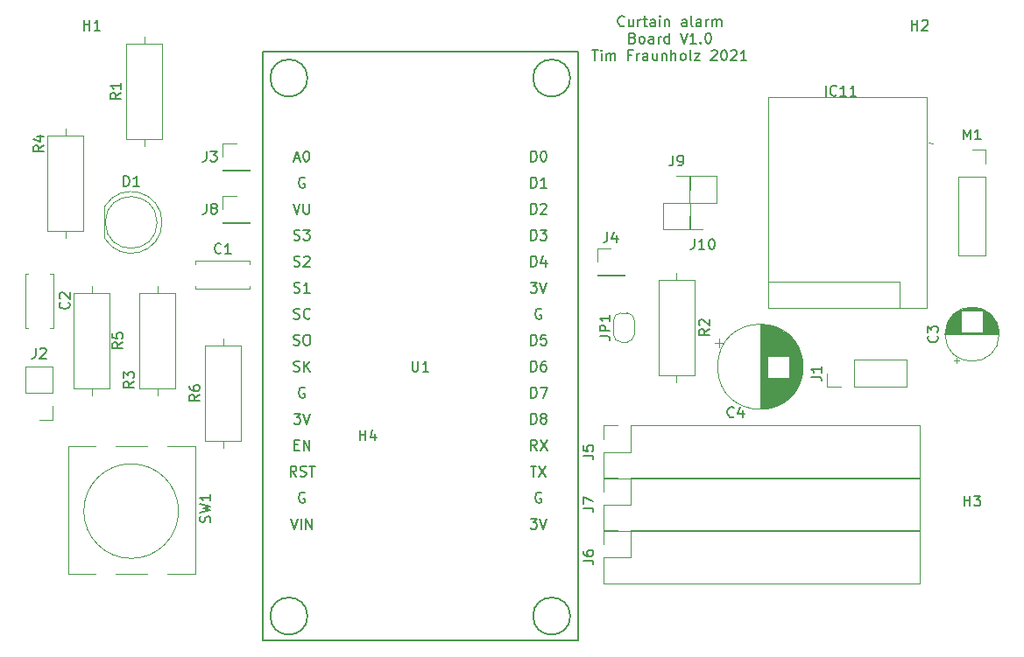
<source format=gto>
G04 #@! TF.GenerationSoftware,KiCad,Pcbnew,(5.1.12)-1*
G04 #@! TF.CreationDate,2022-02-06T22:11:33+01:00*
G04 #@! TF.ProjectId,curtain_wiring,63757274-6169-46e5-9f77-6972696e672e,rev?*
G04 #@! TF.SameCoordinates,Original*
G04 #@! TF.FileFunction,Legend,Top*
G04 #@! TF.FilePolarity,Positive*
%FSLAX46Y46*%
G04 Gerber Fmt 4.6, Leading zero omitted, Abs format (unit mm)*
G04 Created by KiCad (PCBNEW (5.1.12)-1) date 2022-02-06 22:11:33*
%MOMM*%
%LPD*%
G01*
G04 APERTURE LIST*
%ADD10C,0.150000*%
%ADD11C,0.120000*%
%ADD12R,1.700000X1.700000*%
%ADD13O,1.700000X1.700000*%
%ADD14C,1.600000*%
%ADD15R,1.600000X1.600000*%
%ADD16R,1.800000X1.800000*%
%ADD17C,1.800000*%
%ADD18C,4.700000*%
%ADD19C,7.500000*%
%ADD20C,0.100000*%
%ADD21O,1.600000X1.600000*%
%ADD22O,1.850000X3.048000*%
%ADD23C,1.524000*%
G04 APERTURE END LIST*
D10*
X137835238Y-68557142D02*
X137787619Y-68604761D01*
X137644761Y-68652380D01*
X137549523Y-68652380D01*
X137406666Y-68604761D01*
X137311428Y-68509523D01*
X137263809Y-68414285D01*
X137216190Y-68223809D01*
X137216190Y-68080952D01*
X137263809Y-67890476D01*
X137311428Y-67795238D01*
X137406666Y-67700000D01*
X137549523Y-67652380D01*
X137644761Y-67652380D01*
X137787619Y-67700000D01*
X137835238Y-67747619D01*
X138692380Y-67985714D02*
X138692380Y-68652380D01*
X138263809Y-67985714D02*
X138263809Y-68509523D01*
X138311428Y-68604761D01*
X138406666Y-68652380D01*
X138549523Y-68652380D01*
X138644761Y-68604761D01*
X138692380Y-68557142D01*
X139168571Y-68652380D02*
X139168571Y-67985714D01*
X139168571Y-68176190D02*
X139216190Y-68080952D01*
X139263809Y-68033333D01*
X139359047Y-67985714D01*
X139454285Y-67985714D01*
X139644761Y-67985714D02*
X140025714Y-67985714D01*
X139787619Y-67652380D02*
X139787619Y-68509523D01*
X139835238Y-68604761D01*
X139930476Y-68652380D01*
X140025714Y-68652380D01*
X140787619Y-68652380D02*
X140787619Y-68128571D01*
X140740000Y-68033333D01*
X140644761Y-67985714D01*
X140454285Y-67985714D01*
X140359047Y-68033333D01*
X140787619Y-68604761D02*
X140692380Y-68652380D01*
X140454285Y-68652380D01*
X140359047Y-68604761D01*
X140311428Y-68509523D01*
X140311428Y-68414285D01*
X140359047Y-68319047D01*
X140454285Y-68271428D01*
X140692380Y-68271428D01*
X140787619Y-68223809D01*
X141263809Y-68652380D02*
X141263809Y-67985714D01*
X141263809Y-67652380D02*
X141216190Y-67700000D01*
X141263809Y-67747619D01*
X141311428Y-67700000D01*
X141263809Y-67652380D01*
X141263809Y-67747619D01*
X141740000Y-67985714D02*
X141740000Y-68652380D01*
X141740000Y-68080952D02*
X141787619Y-68033333D01*
X141882857Y-67985714D01*
X142025714Y-67985714D01*
X142120952Y-68033333D01*
X142168571Y-68128571D01*
X142168571Y-68652380D01*
X143835238Y-68652380D02*
X143835238Y-68128571D01*
X143787619Y-68033333D01*
X143692380Y-67985714D01*
X143501904Y-67985714D01*
X143406666Y-68033333D01*
X143835238Y-68604761D02*
X143740000Y-68652380D01*
X143501904Y-68652380D01*
X143406666Y-68604761D01*
X143359047Y-68509523D01*
X143359047Y-68414285D01*
X143406666Y-68319047D01*
X143501904Y-68271428D01*
X143740000Y-68271428D01*
X143835238Y-68223809D01*
X144454285Y-68652380D02*
X144359047Y-68604761D01*
X144311428Y-68509523D01*
X144311428Y-67652380D01*
X145263809Y-68652380D02*
X145263809Y-68128571D01*
X145216190Y-68033333D01*
X145120952Y-67985714D01*
X144930476Y-67985714D01*
X144835238Y-68033333D01*
X145263809Y-68604761D02*
X145168571Y-68652380D01*
X144930476Y-68652380D01*
X144835238Y-68604761D01*
X144787619Y-68509523D01*
X144787619Y-68414285D01*
X144835238Y-68319047D01*
X144930476Y-68271428D01*
X145168571Y-68271428D01*
X145263809Y-68223809D01*
X145740000Y-68652380D02*
X145740000Y-67985714D01*
X145740000Y-68176190D02*
X145787619Y-68080952D01*
X145835238Y-68033333D01*
X145930476Y-67985714D01*
X146025714Y-67985714D01*
X146359047Y-68652380D02*
X146359047Y-67985714D01*
X146359047Y-68080952D02*
X146406666Y-68033333D01*
X146501904Y-67985714D01*
X146644761Y-67985714D01*
X146740000Y-68033333D01*
X146787619Y-68128571D01*
X146787619Y-68652380D01*
X146787619Y-68128571D02*
X146835238Y-68033333D01*
X146930476Y-67985714D01*
X147073333Y-67985714D01*
X147168571Y-68033333D01*
X147216190Y-68128571D01*
X147216190Y-68652380D01*
X138644761Y-69778571D02*
X138787619Y-69826190D01*
X138835238Y-69873809D01*
X138882857Y-69969047D01*
X138882857Y-70111904D01*
X138835238Y-70207142D01*
X138787619Y-70254761D01*
X138692380Y-70302380D01*
X138311428Y-70302380D01*
X138311428Y-69302380D01*
X138644761Y-69302380D01*
X138740000Y-69350000D01*
X138787619Y-69397619D01*
X138835238Y-69492857D01*
X138835238Y-69588095D01*
X138787619Y-69683333D01*
X138740000Y-69730952D01*
X138644761Y-69778571D01*
X138311428Y-69778571D01*
X139454285Y-70302380D02*
X139359047Y-70254761D01*
X139311428Y-70207142D01*
X139263809Y-70111904D01*
X139263809Y-69826190D01*
X139311428Y-69730952D01*
X139359047Y-69683333D01*
X139454285Y-69635714D01*
X139597142Y-69635714D01*
X139692380Y-69683333D01*
X139740000Y-69730952D01*
X139787619Y-69826190D01*
X139787619Y-70111904D01*
X139740000Y-70207142D01*
X139692380Y-70254761D01*
X139597142Y-70302380D01*
X139454285Y-70302380D01*
X140644761Y-70302380D02*
X140644761Y-69778571D01*
X140597142Y-69683333D01*
X140501904Y-69635714D01*
X140311428Y-69635714D01*
X140216190Y-69683333D01*
X140644761Y-70254761D02*
X140549523Y-70302380D01*
X140311428Y-70302380D01*
X140216190Y-70254761D01*
X140168571Y-70159523D01*
X140168571Y-70064285D01*
X140216190Y-69969047D01*
X140311428Y-69921428D01*
X140549523Y-69921428D01*
X140644761Y-69873809D01*
X141120952Y-70302380D02*
X141120952Y-69635714D01*
X141120952Y-69826190D02*
X141168571Y-69730952D01*
X141216190Y-69683333D01*
X141311428Y-69635714D01*
X141406666Y-69635714D01*
X142168571Y-70302380D02*
X142168571Y-69302380D01*
X142168571Y-70254761D02*
X142073333Y-70302380D01*
X141882857Y-70302380D01*
X141787619Y-70254761D01*
X141740000Y-70207142D01*
X141692380Y-70111904D01*
X141692380Y-69826190D01*
X141740000Y-69730952D01*
X141787619Y-69683333D01*
X141882857Y-69635714D01*
X142073333Y-69635714D01*
X142168571Y-69683333D01*
X143263809Y-69302380D02*
X143597142Y-70302380D01*
X143930476Y-69302380D01*
X144787619Y-70302380D02*
X144216190Y-70302380D01*
X144501904Y-70302380D02*
X144501904Y-69302380D01*
X144406666Y-69445238D01*
X144311428Y-69540476D01*
X144216190Y-69588095D01*
X145216190Y-70207142D02*
X145263809Y-70254761D01*
X145216190Y-70302380D01*
X145168571Y-70254761D01*
X145216190Y-70207142D01*
X145216190Y-70302380D01*
X145882857Y-69302380D02*
X145978095Y-69302380D01*
X146073333Y-69350000D01*
X146120952Y-69397619D01*
X146168571Y-69492857D01*
X146216190Y-69683333D01*
X146216190Y-69921428D01*
X146168571Y-70111904D01*
X146120952Y-70207142D01*
X146073333Y-70254761D01*
X145978095Y-70302380D01*
X145882857Y-70302380D01*
X145787619Y-70254761D01*
X145740000Y-70207142D01*
X145692380Y-70111904D01*
X145644761Y-69921428D01*
X145644761Y-69683333D01*
X145692380Y-69492857D01*
X145740000Y-69397619D01*
X145787619Y-69350000D01*
X145882857Y-69302380D01*
X134716190Y-70952380D02*
X135287619Y-70952380D01*
X135001904Y-71952380D02*
X135001904Y-70952380D01*
X135620952Y-71952380D02*
X135620952Y-71285714D01*
X135620952Y-70952380D02*
X135573333Y-71000000D01*
X135620952Y-71047619D01*
X135668571Y-71000000D01*
X135620952Y-70952380D01*
X135620952Y-71047619D01*
X136097142Y-71952380D02*
X136097142Y-71285714D01*
X136097142Y-71380952D02*
X136144761Y-71333333D01*
X136240000Y-71285714D01*
X136382857Y-71285714D01*
X136478095Y-71333333D01*
X136525714Y-71428571D01*
X136525714Y-71952380D01*
X136525714Y-71428571D02*
X136573333Y-71333333D01*
X136668571Y-71285714D01*
X136811428Y-71285714D01*
X136906666Y-71333333D01*
X136954285Y-71428571D01*
X136954285Y-71952380D01*
X138525714Y-71428571D02*
X138192380Y-71428571D01*
X138192380Y-71952380D02*
X138192380Y-70952380D01*
X138668571Y-70952380D01*
X139049523Y-71952380D02*
X139049523Y-71285714D01*
X139049523Y-71476190D02*
X139097142Y-71380952D01*
X139144761Y-71333333D01*
X139240000Y-71285714D01*
X139335238Y-71285714D01*
X140097142Y-71952380D02*
X140097142Y-71428571D01*
X140049523Y-71333333D01*
X139954285Y-71285714D01*
X139763809Y-71285714D01*
X139668571Y-71333333D01*
X140097142Y-71904761D02*
X140001904Y-71952380D01*
X139763809Y-71952380D01*
X139668571Y-71904761D01*
X139620952Y-71809523D01*
X139620952Y-71714285D01*
X139668571Y-71619047D01*
X139763809Y-71571428D01*
X140001904Y-71571428D01*
X140097142Y-71523809D01*
X141001904Y-71285714D02*
X141001904Y-71952380D01*
X140573333Y-71285714D02*
X140573333Y-71809523D01*
X140620952Y-71904761D01*
X140716190Y-71952380D01*
X140859047Y-71952380D01*
X140954285Y-71904761D01*
X141001904Y-71857142D01*
X141478095Y-71285714D02*
X141478095Y-71952380D01*
X141478095Y-71380952D02*
X141525714Y-71333333D01*
X141620952Y-71285714D01*
X141763809Y-71285714D01*
X141859047Y-71333333D01*
X141906666Y-71428571D01*
X141906666Y-71952380D01*
X142382857Y-71952380D02*
X142382857Y-70952380D01*
X142811428Y-71952380D02*
X142811428Y-71428571D01*
X142763809Y-71333333D01*
X142668571Y-71285714D01*
X142525714Y-71285714D01*
X142430476Y-71333333D01*
X142382857Y-71380952D01*
X143430476Y-71952380D02*
X143335238Y-71904761D01*
X143287619Y-71857142D01*
X143240000Y-71761904D01*
X143240000Y-71476190D01*
X143287619Y-71380952D01*
X143335238Y-71333333D01*
X143430476Y-71285714D01*
X143573333Y-71285714D01*
X143668571Y-71333333D01*
X143716190Y-71380952D01*
X143763809Y-71476190D01*
X143763809Y-71761904D01*
X143716190Y-71857142D01*
X143668571Y-71904761D01*
X143573333Y-71952380D01*
X143430476Y-71952380D01*
X144335238Y-71952380D02*
X144240000Y-71904761D01*
X144192380Y-71809523D01*
X144192380Y-70952380D01*
X144620952Y-71285714D02*
X145144761Y-71285714D01*
X144620952Y-71952380D01*
X145144761Y-71952380D01*
X146240000Y-71047619D02*
X146287619Y-71000000D01*
X146382857Y-70952380D01*
X146620952Y-70952380D01*
X146716190Y-71000000D01*
X146763809Y-71047619D01*
X146811428Y-71142857D01*
X146811428Y-71238095D01*
X146763809Y-71380952D01*
X146192380Y-71952380D01*
X146811428Y-71952380D01*
X147430476Y-70952380D02*
X147525714Y-70952380D01*
X147620952Y-71000000D01*
X147668571Y-71047619D01*
X147716190Y-71142857D01*
X147763809Y-71333333D01*
X147763809Y-71571428D01*
X147716190Y-71761904D01*
X147668571Y-71857142D01*
X147620952Y-71904761D01*
X147525714Y-71952380D01*
X147430476Y-71952380D01*
X147335238Y-71904761D01*
X147287619Y-71857142D01*
X147240000Y-71761904D01*
X147192380Y-71571428D01*
X147192380Y-71333333D01*
X147240000Y-71142857D01*
X147287619Y-71047619D01*
X147335238Y-71000000D01*
X147430476Y-70952380D01*
X148144761Y-71047619D02*
X148192380Y-71000000D01*
X148287619Y-70952380D01*
X148525714Y-70952380D01*
X148620952Y-71000000D01*
X148668571Y-71047619D01*
X148716190Y-71142857D01*
X148716190Y-71238095D01*
X148668571Y-71380952D01*
X148097142Y-71952380D01*
X148716190Y-71952380D01*
X149668571Y-71952380D02*
X149097142Y-71952380D01*
X149382857Y-71952380D02*
X149382857Y-70952380D01*
X149287619Y-71095238D01*
X149192380Y-71190476D01*
X149097142Y-71238095D01*
D11*
X167640000Y-80010000D02*
X167265001Y-79905001D01*
X135830000Y-117535000D02*
X135830000Y-114935000D01*
X135830000Y-117535000D02*
X166430000Y-117535000D01*
X166430000Y-117535000D02*
X166430000Y-112335000D01*
X138430000Y-112335000D02*
X166430000Y-112335000D01*
X138430000Y-114935000D02*
X138430000Y-112335000D01*
X135830000Y-114935000D02*
X138430000Y-114935000D01*
X135830000Y-112335000D02*
X137160000Y-112335000D01*
X135830000Y-113665000D02*
X135830000Y-112335000D01*
X101640000Y-93765000D02*
X101640000Y-94080000D01*
X101640000Y-91340000D02*
X101640000Y-91655000D01*
X96400000Y-93765000D02*
X96400000Y-94080000D01*
X96400000Y-91340000D02*
X96400000Y-91655000D01*
X96400000Y-94080000D02*
X101640000Y-94080000D01*
X96400000Y-91340000D02*
X101640000Y-91340000D01*
X82650000Y-92590000D02*
X82650000Y-97830000D01*
X79910000Y-92590000D02*
X79910000Y-97830000D01*
X82650000Y-92590000D02*
X82335000Y-92590000D01*
X80225000Y-92590000D02*
X79910000Y-92590000D01*
X82650000Y-97830000D02*
X82335000Y-97830000D01*
X80225000Y-97830000D02*
X79910000Y-97830000D01*
X169725000Y-100999775D02*
X170225000Y-100999775D01*
X169975000Y-101249775D02*
X169975000Y-100749775D01*
X171166000Y-95844000D02*
X171734000Y-95844000D01*
X170932000Y-95884000D02*
X171968000Y-95884000D01*
X170773000Y-95924000D02*
X172127000Y-95924000D01*
X170645000Y-95964000D02*
X172255000Y-95964000D01*
X170535000Y-96004000D02*
X172365000Y-96004000D01*
X170439000Y-96044000D02*
X172461000Y-96044000D01*
X170352000Y-96084000D02*
X172548000Y-96084000D01*
X170272000Y-96124000D02*
X172628000Y-96124000D01*
X172490000Y-96164000D02*
X172701000Y-96164000D01*
X170199000Y-96164000D02*
X170410000Y-96164000D01*
X172490000Y-96204000D02*
X172769000Y-96204000D01*
X170131000Y-96204000D02*
X170410000Y-96204000D01*
X172490000Y-96244000D02*
X172833000Y-96244000D01*
X170067000Y-96244000D02*
X170410000Y-96244000D01*
X172490000Y-96284000D02*
X172893000Y-96284000D01*
X170007000Y-96284000D02*
X170410000Y-96284000D01*
X172490000Y-96324000D02*
X172950000Y-96324000D01*
X169950000Y-96324000D02*
X170410000Y-96324000D01*
X172490000Y-96364000D02*
X173004000Y-96364000D01*
X169896000Y-96364000D02*
X170410000Y-96364000D01*
X172490000Y-96404000D02*
X173055000Y-96404000D01*
X169845000Y-96404000D02*
X170410000Y-96404000D01*
X172490000Y-96444000D02*
X173103000Y-96444000D01*
X169797000Y-96444000D02*
X170410000Y-96444000D01*
X172490000Y-96484000D02*
X173149000Y-96484000D01*
X169751000Y-96484000D02*
X170410000Y-96484000D01*
X172490000Y-96524000D02*
X173193000Y-96524000D01*
X169707000Y-96524000D02*
X170410000Y-96524000D01*
X172490000Y-96564000D02*
X173235000Y-96564000D01*
X169665000Y-96564000D02*
X170410000Y-96564000D01*
X172490000Y-96604000D02*
X173276000Y-96604000D01*
X169624000Y-96604000D02*
X170410000Y-96604000D01*
X172490000Y-96644000D02*
X173314000Y-96644000D01*
X169586000Y-96644000D02*
X170410000Y-96644000D01*
X172490000Y-96684000D02*
X173351000Y-96684000D01*
X169549000Y-96684000D02*
X170410000Y-96684000D01*
X172490000Y-96724000D02*
X173387000Y-96724000D01*
X169513000Y-96724000D02*
X170410000Y-96724000D01*
X172490000Y-96764000D02*
X173421000Y-96764000D01*
X169479000Y-96764000D02*
X170410000Y-96764000D01*
X172490000Y-96804000D02*
X173454000Y-96804000D01*
X169446000Y-96804000D02*
X170410000Y-96804000D01*
X172490000Y-96844000D02*
X173485000Y-96844000D01*
X169415000Y-96844000D02*
X170410000Y-96844000D01*
X172490000Y-96884000D02*
X173515000Y-96884000D01*
X169385000Y-96884000D02*
X170410000Y-96884000D01*
X172490000Y-96924000D02*
X173545000Y-96924000D01*
X169355000Y-96924000D02*
X170410000Y-96924000D01*
X172490000Y-96964000D02*
X173572000Y-96964000D01*
X169328000Y-96964000D02*
X170410000Y-96964000D01*
X172490000Y-97004000D02*
X173599000Y-97004000D01*
X169301000Y-97004000D02*
X170410000Y-97004000D01*
X172490000Y-97044000D02*
X173625000Y-97044000D01*
X169275000Y-97044000D02*
X170410000Y-97044000D01*
X172490000Y-97084000D02*
X173650000Y-97084000D01*
X169250000Y-97084000D02*
X170410000Y-97084000D01*
X172490000Y-97124000D02*
X173674000Y-97124000D01*
X169226000Y-97124000D02*
X170410000Y-97124000D01*
X172490000Y-97164000D02*
X173697000Y-97164000D01*
X169203000Y-97164000D02*
X170410000Y-97164000D01*
X172490000Y-97204000D02*
X173718000Y-97204000D01*
X169182000Y-97204000D02*
X170410000Y-97204000D01*
X172490000Y-97244000D02*
X173740000Y-97244000D01*
X169160000Y-97244000D02*
X170410000Y-97244000D01*
X172490000Y-97284000D02*
X173760000Y-97284000D01*
X169140000Y-97284000D02*
X170410000Y-97284000D01*
X172490000Y-97324000D02*
X173779000Y-97324000D01*
X169121000Y-97324000D02*
X170410000Y-97324000D01*
X172490000Y-97364000D02*
X173798000Y-97364000D01*
X169102000Y-97364000D02*
X170410000Y-97364000D01*
X172490000Y-97404000D02*
X173815000Y-97404000D01*
X169085000Y-97404000D02*
X170410000Y-97404000D01*
X172490000Y-97444000D02*
X173832000Y-97444000D01*
X169068000Y-97444000D02*
X170410000Y-97444000D01*
X172490000Y-97484000D02*
X173848000Y-97484000D01*
X169052000Y-97484000D02*
X170410000Y-97484000D01*
X172490000Y-97524000D02*
X173864000Y-97524000D01*
X169036000Y-97524000D02*
X170410000Y-97524000D01*
X172490000Y-97564000D02*
X173878000Y-97564000D01*
X169022000Y-97564000D02*
X170410000Y-97564000D01*
X172490000Y-97604000D02*
X173892000Y-97604000D01*
X169008000Y-97604000D02*
X170410000Y-97604000D01*
X172490000Y-97644000D02*
X173905000Y-97644000D01*
X168995000Y-97644000D02*
X170410000Y-97644000D01*
X172490000Y-97684000D02*
X173918000Y-97684000D01*
X168982000Y-97684000D02*
X170410000Y-97684000D01*
X172490000Y-97724000D02*
X173930000Y-97724000D01*
X168970000Y-97724000D02*
X170410000Y-97724000D01*
X172490000Y-97765000D02*
X173941000Y-97765000D01*
X168959000Y-97765000D02*
X170410000Y-97765000D01*
X172490000Y-97805000D02*
X173951000Y-97805000D01*
X168949000Y-97805000D02*
X170410000Y-97805000D01*
X172490000Y-97845000D02*
X173961000Y-97845000D01*
X168939000Y-97845000D02*
X170410000Y-97845000D01*
X172490000Y-97885000D02*
X173970000Y-97885000D01*
X168930000Y-97885000D02*
X170410000Y-97885000D01*
X172490000Y-97925000D02*
X173978000Y-97925000D01*
X168922000Y-97925000D02*
X170410000Y-97925000D01*
X172490000Y-97965000D02*
X173986000Y-97965000D01*
X168914000Y-97965000D02*
X170410000Y-97965000D01*
X172490000Y-98005000D02*
X173993000Y-98005000D01*
X168907000Y-98005000D02*
X170410000Y-98005000D01*
X172490000Y-98045000D02*
X174000000Y-98045000D01*
X168900000Y-98045000D02*
X170410000Y-98045000D01*
X172490000Y-98085000D02*
X174006000Y-98085000D01*
X168894000Y-98085000D02*
X170410000Y-98085000D01*
X172490000Y-98125000D02*
X174011000Y-98125000D01*
X168889000Y-98125000D02*
X170410000Y-98125000D01*
X172490000Y-98165000D02*
X174015000Y-98165000D01*
X168885000Y-98165000D02*
X170410000Y-98165000D01*
X172490000Y-98205000D02*
X174019000Y-98205000D01*
X168881000Y-98205000D02*
X170410000Y-98205000D01*
X168877000Y-98245000D02*
X174023000Y-98245000D01*
X168874000Y-98285000D02*
X174026000Y-98285000D01*
X168872000Y-98325000D02*
X174028000Y-98325000D01*
X168871000Y-98365000D02*
X174029000Y-98365000D01*
X168870000Y-98405000D02*
X174030000Y-98405000D01*
X168870000Y-98445000D02*
X174030000Y-98445000D01*
X174070000Y-98445000D02*
G75*
G03*
X174070000Y-98445000I-2620000J0D01*
G01*
X146965302Y-98885000D02*
X146965302Y-99685000D01*
X146565302Y-99285000D02*
X147365302Y-99285000D01*
X155056000Y-101067000D02*
X155056000Y-102133000D01*
X155016000Y-100832000D02*
X155016000Y-102368000D01*
X154976000Y-100652000D02*
X154976000Y-102548000D01*
X154936000Y-100502000D02*
X154936000Y-102698000D01*
X154896000Y-100371000D02*
X154896000Y-102829000D01*
X154856000Y-100254000D02*
X154856000Y-102946000D01*
X154816000Y-100147000D02*
X154816000Y-103053000D01*
X154776000Y-100048000D02*
X154776000Y-103152000D01*
X154736000Y-99955000D02*
X154736000Y-103245000D01*
X154696000Y-99869000D02*
X154696000Y-103331000D01*
X154656000Y-99787000D02*
X154656000Y-103413000D01*
X154616000Y-99710000D02*
X154616000Y-103490000D01*
X154576000Y-99636000D02*
X154576000Y-103564000D01*
X154536000Y-99566000D02*
X154536000Y-103634000D01*
X154496000Y-99498000D02*
X154496000Y-103702000D01*
X154456000Y-99434000D02*
X154456000Y-103766000D01*
X154416000Y-99372000D02*
X154416000Y-103828000D01*
X154376000Y-99313000D02*
X154376000Y-103887000D01*
X154336000Y-99255000D02*
X154336000Y-103945000D01*
X154296000Y-99200000D02*
X154296000Y-104000000D01*
X154256000Y-99146000D02*
X154256000Y-104054000D01*
X154216000Y-99095000D02*
X154216000Y-104105000D01*
X154176000Y-99044000D02*
X154176000Y-104156000D01*
X154136000Y-98996000D02*
X154136000Y-104204000D01*
X154096000Y-98949000D02*
X154096000Y-104251000D01*
X154056000Y-98903000D02*
X154056000Y-104297000D01*
X154016000Y-98859000D02*
X154016000Y-104341000D01*
X153976000Y-98816000D02*
X153976000Y-104384000D01*
X153936000Y-98774000D02*
X153936000Y-104426000D01*
X153896000Y-98733000D02*
X153896000Y-104467000D01*
X153856000Y-98693000D02*
X153856000Y-104507000D01*
X153816000Y-98655000D02*
X153816000Y-104545000D01*
X153776000Y-98617000D02*
X153776000Y-104583000D01*
X153736000Y-102640000D02*
X153736000Y-104619000D01*
X153736000Y-98581000D02*
X153736000Y-100560000D01*
X153696000Y-102640000D02*
X153696000Y-104655000D01*
X153696000Y-98545000D02*
X153696000Y-100560000D01*
X153656000Y-102640000D02*
X153656000Y-104690000D01*
X153656000Y-98510000D02*
X153656000Y-100560000D01*
X153616000Y-102640000D02*
X153616000Y-104724000D01*
X153616000Y-98476000D02*
X153616000Y-100560000D01*
X153576000Y-102640000D02*
X153576000Y-104756000D01*
X153576000Y-98444000D02*
X153576000Y-100560000D01*
X153536000Y-102640000D02*
X153536000Y-104789000D01*
X153536000Y-98411000D02*
X153536000Y-100560000D01*
X153496000Y-102640000D02*
X153496000Y-104820000D01*
X153496000Y-98380000D02*
X153496000Y-100560000D01*
X153456000Y-102640000D02*
X153456000Y-104850000D01*
X153456000Y-98350000D02*
X153456000Y-100560000D01*
X153416000Y-102640000D02*
X153416000Y-104880000D01*
X153416000Y-98320000D02*
X153416000Y-100560000D01*
X153376000Y-102640000D02*
X153376000Y-104909000D01*
X153376000Y-98291000D02*
X153376000Y-100560000D01*
X153336000Y-102640000D02*
X153336000Y-104938000D01*
X153336000Y-98262000D02*
X153336000Y-100560000D01*
X153296000Y-102640000D02*
X153296000Y-104965000D01*
X153296000Y-98235000D02*
X153296000Y-100560000D01*
X153256000Y-102640000D02*
X153256000Y-104992000D01*
X153256000Y-98208000D02*
X153256000Y-100560000D01*
X153216000Y-102640000D02*
X153216000Y-105018000D01*
X153216000Y-98182000D02*
X153216000Y-100560000D01*
X153176000Y-102640000D02*
X153176000Y-105044000D01*
X153176000Y-98156000D02*
X153176000Y-100560000D01*
X153136000Y-102640000D02*
X153136000Y-105069000D01*
X153136000Y-98131000D02*
X153136000Y-100560000D01*
X153096000Y-102640000D02*
X153096000Y-105093000D01*
X153096000Y-98107000D02*
X153096000Y-100560000D01*
X153056000Y-102640000D02*
X153056000Y-105117000D01*
X153056000Y-98083000D02*
X153056000Y-100560000D01*
X153016000Y-102640000D02*
X153016000Y-105140000D01*
X153016000Y-98060000D02*
X153016000Y-100560000D01*
X152976000Y-102640000D02*
X152976000Y-105162000D01*
X152976000Y-98038000D02*
X152976000Y-100560000D01*
X152936000Y-102640000D02*
X152936000Y-105184000D01*
X152936000Y-98016000D02*
X152936000Y-100560000D01*
X152896000Y-102640000D02*
X152896000Y-105206000D01*
X152896000Y-97994000D02*
X152896000Y-100560000D01*
X152856000Y-102640000D02*
X152856000Y-105227000D01*
X152856000Y-97973000D02*
X152856000Y-100560000D01*
X152816000Y-102640000D02*
X152816000Y-105247000D01*
X152816000Y-97953000D02*
X152816000Y-100560000D01*
X152776000Y-102640000D02*
X152776000Y-105266000D01*
X152776000Y-97934000D02*
X152776000Y-100560000D01*
X152736000Y-102640000D02*
X152736000Y-105286000D01*
X152736000Y-97914000D02*
X152736000Y-100560000D01*
X152696000Y-102640000D02*
X152696000Y-105304000D01*
X152696000Y-97896000D02*
X152696000Y-100560000D01*
X152656000Y-102640000D02*
X152656000Y-105322000D01*
X152656000Y-97878000D02*
X152656000Y-100560000D01*
X152616000Y-102640000D02*
X152616000Y-105340000D01*
X152616000Y-97860000D02*
X152616000Y-100560000D01*
X152576000Y-102640000D02*
X152576000Y-105357000D01*
X152576000Y-97843000D02*
X152576000Y-100560000D01*
X152536000Y-102640000D02*
X152536000Y-105374000D01*
X152536000Y-97826000D02*
X152536000Y-100560000D01*
X152496000Y-102640000D02*
X152496000Y-105390000D01*
X152496000Y-97810000D02*
X152496000Y-100560000D01*
X152456000Y-102640000D02*
X152456000Y-105405000D01*
X152456000Y-97795000D02*
X152456000Y-100560000D01*
X152416000Y-102640000D02*
X152416000Y-105421000D01*
X152416000Y-97779000D02*
X152416000Y-100560000D01*
X152376000Y-102640000D02*
X152376000Y-105435000D01*
X152376000Y-97765000D02*
X152376000Y-100560000D01*
X152336000Y-102640000D02*
X152336000Y-105450000D01*
X152336000Y-97750000D02*
X152336000Y-100560000D01*
X152296000Y-102640000D02*
X152296000Y-105463000D01*
X152296000Y-97737000D02*
X152296000Y-100560000D01*
X152256000Y-102640000D02*
X152256000Y-105477000D01*
X152256000Y-97723000D02*
X152256000Y-100560000D01*
X152216000Y-102640000D02*
X152216000Y-105489000D01*
X152216000Y-97711000D02*
X152216000Y-100560000D01*
X152176000Y-102640000D02*
X152176000Y-105502000D01*
X152176000Y-97698000D02*
X152176000Y-100560000D01*
X152136000Y-102640000D02*
X152136000Y-105514000D01*
X152136000Y-97686000D02*
X152136000Y-100560000D01*
X152096000Y-102640000D02*
X152096000Y-105525000D01*
X152096000Y-97675000D02*
X152096000Y-100560000D01*
X152056000Y-102640000D02*
X152056000Y-105536000D01*
X152056000Y-97664000D02*
X152056000Y-100560000D01*
X152016000Y-102640000D02*
X152016000Y-105547000D01*
X152016000Y-97653000D02*
X152016000Y-100560000D01*
X151976000Y-102640000D02*
X151976000Y-105557000D01*
X151976000Y-97643000D02*
X151976000Y-100560000D01*
X151936000Y-102640000D02*
X151936000Y-105567000D01*
X151936000Y-97633000D02*
X151936000Y-100560000D01*
X151896000Y-102640000D02*
X151896000Y-105576000D01*
X151896000Y-97624000D02*
X151896000Y-100560000D01*
X151856000Y-102640000D02*
X151856000Y-105585000D01*
X151856000Y-97615000D02*
X151856000Y-100560000D01*
X151816000Y-102640000D02*
X151816000Y-105594000D01*
X151816000Y-97606000D02*
X151816000Y-100560000D01*
X151776000Y-102640000D02*
X151776000Y-105602000D01*
X151776000Y-97598000D02*
X151776000Y-100560000D01*
X151736000Y-102640000D02*
X151736000Y-105610000D01*
X151736000Y-97590000D02*
X151736000Y-100560000D01*
X151696000Y-102640000D02*
X151696000Y-105617000D01*
X151696000Y-97583000D02*
X151696000Y-100560000D01*
X151655000Y-97576000D02*
X151655000Y-105624000D01*
X151615000Y-97570000D02*
X151615000Y-105630000D01*
X151575000Y-97563000D02*
X151575000Y-105637000D01*
X151535000Y-97558000D02*
X151535000Y-105642000D01*
X151495000Y-97552000D02*
X151495000Y-105648000D01*
X151455000Y-97548000D02*
X151455000Y-105652000D01*
X151415000Y-97543000D02*
X151415000Y-105657000D01*
X151375000Y-97539000D02*
X151375000Y-105661000D01*
X151335000Y-97535000D02*
X151335000Y-105665000D01*
X151295000Y-97532000D02*
X151295000Y-105668000D01*
X151255000Y-97529000D02*
X151255000Y-105671000D01*
X151215000Y-97526000D02*
X151215000Y-105674000D01*
X151175000Y-97524000D02*
X151175000Y-105676000D01*
X151135000Y-97523000D02*
X151135000Y-105677000D01*
X151095000Y-97521000D02*
X151095000Y-105679000D01*
X151055000Y-97520000D02*
X151055000Y-105680000D01*
X151015000Y-97520000D02*
X151015000Y-105680000D01*
X150975000Y-97520000D02*
X150975000Y-105680000D01*
X155095000Y-101600000D02*
G75*
G03*
X155095000Y-101600000I-4120000J0D01*
G01*
X92670000Y-87630000D02*
G75*
G03*
X92670000Y-87630000I-2500000J0D01*
G01*
X87610000Y-86085000D02*
X87610000Y-89175000D01*
X93160000Y-87630462D02*
G75*
G03*
X87610000Y-86085170I-2990000J462D01*
G01*
X93160000Y-87629538D02*
G75*
G02*
X87610000Y-89174830I-2990000J-462D01*
G01*
X167065000Y-95945000D02*
X151705000Y-95945000D01*
X167065000Y-95945000D02*
X167065000Y-75505000D01*
X167065000Y-75505000D02*
X151705000Y-75505000D01*
X151705000Y-95945000D02*
X151705000Y-75505000D01*
X164465000Y-93345000D02*
X151705000Y-93345000D01*
X164465000Y-95945000D02*
X164465000Y-93345000D01*
X165160000Y-103565000D02*
X165160000Y-100905000D01*
X160020000Y-103565000D02*
X165160000Y-103565000D01*
X160020000Y-100905000D02*
X165160000Y-100905000D01*
X160020000Y-103565000D02*
X160020000Y-100905000D01*
X158750000Y-103565000D02*
X157420000Y-103565000D01*
X157420000Y-103565000D02*
X157420000Y-102235000D01*
X82610000Y-101540000D02*
X79950000Y-101540000D01*
X82610000Y-104140000D02*
X82610000Y-101540000D01*
X79950000Y-104140000D02*
X79950000Y-101540000D01*
X82610000Y-104140000D02*
X79950000Y-104140000D01*
X82610000Y-105410000D02*
X82610000Y-106740000D01*
X82610000Y-106740000D02*
X81280000Y-106740000D01*
X99000000Y-79950000D02*
X100330000Y-79950000D01*
X99000000Y-81280000D02*
X99000000Y-79950000D01*
X99000000Y-82550000D02*
X101660000Y-82550000D01*
X101660000Y-82550000D02*
X101660000Y-82610000D01*
X99000000Y-82550000D02*
X99000000Y-82610000D01*
X99000000Y-82610000D02*
X101660000Y-82610000D01*
X135195000Y-92770000D02*
X137855000Y-92770000D01*
X135195000Y-92710000D02*
X135195000Y-92770000D01*
X137855000Y-92710000D02*
X137855000Y-92770000D01*
X135195000Y-92710000D02*
X137855000Y-92710000D01*
X135195000Y-91440000D02*
X135195000Y-90110000D01*
X135195000Y-90110000D02*
X136525000Y-90110000D01*
X135830000Y-112455000D02*
X135830000Y-109855000D01*
X135830000Y-112455000D02*
X166430000Y-112455000D01*
X166430000Y-112455000D02*
X166430000Y-107255000D01*
X138430000Y-107255000D02*
X166430000Y-107255000D01*
X138430000Y-109855000D02*
X138430000Y-107255000D01*
X135830000Y-109855000D02*
X138430000Y-109855000D01*
X135830000Y-107255000D02*
X137160000Y-107255000D01*
X135830000Y-108585000D02*
X135830000Y-107255000D01*
X135830000Y-118745000D02*
X135830000Y-117415000D01*
X135830000Y-117415000D02*
X137160000Y-117415000D01*
X135830000Y-120015000D02*
X138430000Y-120015000D01*
X138430000Y-120015000D02*
X138430000Y-117415000D01*
X138430000Y-117415000D02*
X166430000Y-117415000D01*
X166430000Y-122615000D02*
X166430000Y-117415000D01*
X135830000Y-122615000D02*
X166430000Y-122615000D01*
X135830000Y-122615000D02*
X135830000Y-120015000D01*
X99000000Y-87690000D02*
X101660000Y-87690000D01*
X99000000Y-87630000D02*
X99000000Y-87690000D01*
X101660000Y-87630000D02*
X101660000Y-87690000D01*
X99000000Y-87630000D02*
X101660000Y-87630000D01*
X99000000Y-86360000D02*
X99000000Y-85030000D01*
X99000000Y-85030000D02*
X100330000Y-85030000D01*
X141545000Y-85725000D02*
X144205000Y-85725000D01*
X141545000Y-85725000D02*
X141545000Y-88325000D01*
X141545000Y-88325000D02*
X144205000Y-88325000D01*
X144205000Y-85725000D02*
X144205000Y-88325000D01*
X144205000Y-83125000D02*
X144205000Y-84455000D01*
X142875000Y-83125000D02*
X144205000Y-83125000D01*
X145415000Y-88325000D02*
X144085000Y-88325000D01*
X144085000Y-88325000D02*
X144085000Y-86995000D01*
X144085000Y-85725000D02*
X144085000Y-83125000D01*
X146745000Y-83125000D02*
X144085000Y-83125000D01*
X146745000Y-85725000D02*
X146745000Y-83125000D01*
X146745000Y-85725000D02*
X144085000Y-85725000D01*
X138095000Y-99190000D02*
X137495000Y-99190000D01*
X138795000Y-97090000D02*
X138795000Y-98490000D01*
X137495000Y-96390000D02*
X138095000Y-96390000D01*
X136795000Y-98490000D02*
X136795000Y-97090000D01*
X136795000Y-97090000D02*
G75*
G02*
X137495000Y-96390000I700000J0D01*
G01*
X138095000Y-96390000D02*
G75*
G02*
X138795000Y-97090000I0J-700000D01*
G01*
X138795000Y-98490000D02*
G75*
G02*
X138095000Y-99190000I-700000J0D01*
G01*
X137495000Y-99190000D02*
G75*
G02*
X136795000Y-98490000I0J700000D01*
G01*
X170120000Y-83185000D02*
X172780000Y-83185000D01*
X170120000Y-83185000D02*
X170120000Y-90865000D01*
X170120000Y-90865000D02*
X172780000Y-90865000D01*
X172780000Y-83185000D02*
X172780000Y-90865000D01*
X172780000Y-80585000D02*
X172780000Y-81915000D01*
X171450000Y-80585000D02*
X172780000Y-80585000D01*
X89720000Y-79550000D02*
X93160000Y-79550000D01*
X93160000Y-79550000D02*
X93160000Y-70310000D01*
X93160000Y-70310000D02*
X89720000Y-70310000D01*
X89720000Y-70310000D02*
X89720000Y-79550000D01*
X91440000Y-80240000D02*
X91440000Y-79550000D01*
X91440000Y-69620000D02*
X91440000Y-70310000D01*
X142875000Y-103100000D02*
X142875000Y-102410000D01*
X142875000Y-92480000D02*
X142875000Y-93170000D01*
X144595000Y-102410000D02*
X144595000Y-93170000D01*
X141155000Y-102410000D02*
X144595000Y-102410000D01*
X141155000Y-93170000D02*
X141155000Y-102410000D01*
X144595000Y-93170000D02*
X141155000Y-93170000D01*
X92710000Y-93750000D02*
X92710000Y-94440000D01*
X92710000Y-104370000D02*
X92710000Y-103680000D01*
X90990000Y-94440000D02*
X90990000Y-103680000D01*
X94430000Y-94440000D02*
X90990000Y-94440000D01*
X94430000Y-103680000D02*
X94430000Y-94440000D01*
X90990000Y-103680000D02*
X94430000Y-103680000D01*
X83820000Y-89130000D02*
X83820000Y-88440000D01*
X83820000Y-78510000D02*
X83820000Y-79200000D01*
X85540000Y-88440000D02*
X85540000Y-79200000D01*
X82100000Y-88440000D02*
X85540000Y-88440000D01*
X82100000Y-79200000D02*
X82100000Y-88440000D01*
X85540000Y-79200000D02*
X82100000Y-79200000D01*
X84640000Y-103680000D02*
X88080000Y-103680000D01*
X88080000Y-103680000D02*
X88080000Y-94440000D01*
X88080000Y-94440000D02*
X84640000Y-94440000D01*
X84640000Y-94440000D02*
X84640000Y-103680000D01*
X86360000Y-104370000D02*
X86360000Y-103680000D01*
X86360000Y-93750000D02*
X86360000Y-94440000D01*
X97340000Y-108760000D02*
X100780000Y-108760000D01*
X100780000Y-108760000D02*
X100780000Y-99520000D01*
X100780000Y-99520000D02*
X97340000Y-99520000D01*
X97340000Y-99520000D02*
X97340000Y-108760000D01*
X99060000Y-109450000D02*
X99060000Y-108760000D01*
X99060000Y-98830000D02*
X99060000Y-99520000D01*
X96360000Y-109320000D02*
X96360000Y-121620000D01*
X91780000Y-121620000D02*
X88640000Y-121620000D01*
X84060000Y-121620000D02*
X84060000Y-109320000D01*
X93640000Y-109320000D02*
X96360000Y-109320000D01*
X94749050Y-115570000D02*
G75*
G03*
X94749050Y-115570000I-4579050J0D01*
G01*
X84060000Y-109320000D02*
X86780000Y-109320000D01*
X88640000Y-109320000D02*
X91780000Y-109320000D01*
X86780000Y-121620000D02*
X84060000Y-121620000D01*
X96360000Y-121620000D02*
X93640000Y-121620000D01*
D10*
X132606051Y-125730000D02*
G75*
G03*
X132606051Y-125730000I-1796051J0D01*
G01*
X107206051Y-125730000D02*
G75*
G03*
X107206051Y-125730000I-1796051J0D01*
G01*
X107206051Y-73660000D02*
G75*
G03*
X107206051Y-73660000I-1796051J0D01*
G01*
X132606051Y-73660000D02*
G75*
G03*
X132606051Y-73660000I-1796051J0D01*
G01*
X133360000Y-71100000D02*
X103360000Y-71100000D01*
X103360000Y-71100000D02*
X102860000Y-71100000D01*
X102860000Y-71100000D02*
X102860000Y-128100000D01*
X102860000Y-128100000D02*
X133360000Y-128100000D01*
X133360000Y-128100000D02*
X133360000Y-71100000D01*
X133842380Y-115268333D02*
X134556666Y-115268333D01*
X134699523Y-115315952D01*
X134794761Y-115411190D01*
X134842380Y-115554047D01*
X134842380Y-115649285D01*
X133842380Y-114887380D02*
X133842380Y-114220714D01*
X134842380Y-114649285D01*
X98853333Y-90567142D02*
X98805714Y-90614761D01*
X98662857Y-90662380D01*
X98567619Y-90662380D01*
X98424761Y-90614761D01*
X98329523Y-90519523D01*
X98281904Y-90424285D01*
X98234285Y-90233809D01*
X98234285Y-90090952D01*
X98281904Y-89900476D01*
X98329523Y-89805238D01*
X98424761Y-89710000D01*
X98567619Y-89662380D01*
X98662857Y-89662380D01*
X98805714Y-89710000D01*
X98853333Y-89757619D01*
X99805714Y-90662380D02*
X99234285Y-90662380D01*
X99520000Y-90662380D02*
X99520000Y-89662380D01*
X99424761Y-89805238D01*
X99329523Y-89900476D01*
X99234285Y-89948095D01*
X84137142Y-95376666D02*
X84184761Y-95424285D01*
X84232380Y-95567142D01*
X84232380Y-95662380D01*
X84184761Y-95805238D01*
X84089523Y-95900476D01*
X83994285Y-95948095D01*
X83803809Y-95995714D01*
X83660952Y-95995714D01*
X83470476Y-95948095D01*
X83375238Y-95900476D01*
X83280000Y-95805238D01*
X83232380Y-95662380D01*
X83232380Y-95567142D01*
X83280000Y-95424285D01*
X83327619Y-95376666D01*
X83327619Y-94995714D02*
X83280000Y-94948095D01*
X83232380Y-94852857D01*
X83232380Y-94614761D01*
X83280000Y-94519523D01*
X83327619Y-94471904D01*
X83422857Y-94424285D01*
X83518095Y-94424285D01*
X83660952Y-94471904D01*
X84232380Y-95043333D01*
X84232380Y-94424285D01*
X168057142Y-98611666D02*
X168104761Y-98659285D01*
X168152380Y-98802142D01*
X168152380Y-98897380D01*
X168104761Y-99040238D01*
X168009523Y-99135476D01*
X167914285Y-99183095D01*
X167723809Y-99230714D01*
X167580952Y-99230714D01*
X167390476Y-99183095D01*
X167295238Y-99135476D01*
X167200000Y-99040238D01*
X167152380Y-98897380D01*
X167152380Y-98802142D01*
X167200000Y-98659285D01*
X167247619Y-98611666D01*
X167152380Y-98278333D02*
X167152380Y-97659285D01*
X167533333Y-97992619D01*
X167533333Y-97849761D01*
X167580952Y-97754523D01*
X167628571Y-97706904D01*
X167723809Y-97659285D01*
X167961904Y-97659285D01*
X168057142Y-97706904D01*
X168104761Y-97754523D01*
X168152380Y-97849761D01*
X168152380Y-98135476D01*
X168104761Y-98230714D01*
X168057142Y-98278333D01*
X148423333Y-106402142D02*
X148375714Y-106449761D01*
X148232857Y-106497380D01*
X148137619Y-106497380D01*
X147994761Y-106449761D01*
X147899523Y-106354523D01*
X147851904Y-106259285D01*
X147804285Y-106068809D01*
X147804285Y-105925952D01*
X147851904Y-105735476D01*
X147899523Y-105640238D01*
X147994761Y-105545000D01*
X148137619Y-105497380D01*
X148232857Y-105497380D01*
X148375714Y-105545000D01*
X148423333Y-105592619D01*
X149280476Y-105830714D02*
X149280476Y-106497380D01*
X149042380Y-105449761D02*
X148804285Y-106164047D01*
X149423333Y-106164047D01*
X89431904Y-84122380D02*
X89431904Y-83122380D01*
X89670000Y-83122380D01*
X89812857Y-83170000D01*
X89908095Y-83265238D01*
X89955714Y-83360476D01*
X90003333Y-83550952D01*
X90003333Y-83693809D01*
X89955714Y-83884285D01*
X89908095Y-83979523D01*
X89812857Y-84074761D01*
X89670000Y-84122380D01*
X89431904Y-84122380D01*
X90955714Y-84122380D02*
X90384285Y-84122380D01*
X90670000Y-84122380D02*
X90670000Y-83122380D01*
X90574761Y-83265238D01*
X90479523Y-83360476D01*
X90384285Y-83408095D01*
X85598095Y-69032380D02*
X85598095Y-68032380D01*
X85598095Y-68508571D02*
X86169523Y-68508571D01*
X86169523Y-69032380D02*
X86169523Y-68032380D01*
X87169523Y-69032380D02*
X86598095Y-69032380D01*
X86883809Y-69032380D02*
X86883809Y-68032380D01*
X86788571Y-68175238D01*
X86693333Y-68270476D01*
X86598095Y-68318095D01*
X165608095Y-69032380D02*
X165608095Y-68032380D01*
X165608095Y-68508571D02*
X166179523Y-68508571D01*
X166179523Y-69032380D02*
X166179523Y-68032380D01*
X166608095Y-68127619D02*
X166655714Y-68080000D01*
X166750952Y-68032380D01*
X166989047Y-68032380D01*
X167084285Y-68080000D01*
X167131904Y-68127619D01*
X167179523Y-68222857D01*
X167179523Y-68318095D01*
X167131904Y-68460952D01*
X166560476Y-69032380D01*
X167179523Y-69032380D01*
X170688095Y-115082380D02*
X170688095Y-114082380D01*
X170688095Y-114558571D02*
X171259523Y-114558571D01*
X171259523Y-115082380D02*
X171259523Y-114082380D01*
X171640476Y-114082380D02*
X172259523Y-114082380D01*
X171926190Y-114463333D01*
X172069047Y-114463333D01*
X172164285Y-114510952D01*
X172211904Y-114558571D01*
X172259523Y-114653809D01*
X172259523Y-114891904D01*
X172211904Y-114987142D01*
X172164285Y-115034761D01*
X172069047Y-115082380D01*
X171783333Y-115082380D01*
X171688095Y-115034761D01*
X171640476Y-114987142D01*
X112268095Y-108732380D02*
X112268095Y-107732380D01*
X112268095Y-108208571D02*
X112839523Y-108208571D01*
X112839523Y-108732380D02*
X112839523Y-107732380D01*
X113744285Y-108065714D02*
X113744285Y-108732380D01*
X113506190Y-107684761D02*
X113268095Y-108399047D01*
X113887142Y-108399047D01*
X157297619Y-75382380D02*
X157297619Y-74382380D01*
X158345238Y-75287142D02*
X158297619Y-75334761D01*
X158154761Y-75382380D01*
X158059523Y-75382380D01*
X157916666Y-75334761D01*
X157821428Y-75239523D01*
X157773809Y-75144285D01*
X157726190Y-74953809D01*
X157726190Y-74810952D01*
X157773809Y-74620476D01*
X157821428Y-74525238D01*
X157916666Y-74430000D01*
X158059523Y-74382380D01*
X158154761Y-74382380D01*
X158297619Y-74430000D01*
X158345238Y-74477619D01*
X159297619Y-75382380D02*
X158726190Y-75382380D01*
X159011904Y-75382380D02*
X159011904Y-74382380D01*
X158916666Y-74525238D01*
X158821428Y-74620476D01*
X158726190Y-74668095D01*
X160250000Y-75382380D02*
X159678571Y-75382380D01*
X159964285Y-75382380D02*
X159964285Y-74382380D01*
X159869047Y-74525238D01*
X159773809Y-74620476D01*
X159678571Y-74668095D01*
X155872380Y-102568333D02*
X156586666Y-102568333D01*
X156729523Y-102615952D01*
X156824761Y-102711190D01*
X156872380Y-102854047D01*
X156872380Y-102949285D01*
X156872380Y-101568333D02*
X156872380Y-102139761D01*
X156872380Y-101854047D02*
X155872380Y-101854047D01*
X156015238Y-101949285D01*
X156110476Y-102044523D01*
X156158095Y-102139761D01*
X80946666Y-99782380D02*
X80946666Y-100496666D01*
X80899047Y-100639523D01*
X80803809Y-100734761D01*
X80660952Y-100782380D01*
X80565714Y-100782380D01*
X81375238Y-99877619D02*
X81422857Y-99830000D01*
X81518095Y-99782380D01*
X81756190Y-99782380D01*
X81851428Y-99830000D01*
X81899047Y-99877619D01*
X81946666Y-99972857D01*
X81946666Y-100068095D01*
X81899047Y-100210952D01*
X81327619Y-100782380D01*
X81946666Y-100782380D01*
X97456666Y-80732380D02*
X97456666Y-81446666D01*
X97409047Y-81589523D01*
X97313809Y-81684761D01*
X97170952Y-81732380D01*
X97075714Y-81732380D01*
X97837619Y-80732380D02*
X98456666Y-80732380D01*
X98123333Y-81113333D01*
X98266190Y-81113333D01*
X98361428Y-81160952D01*
X98409047Y-81208571D01*
X98456666Y-81303809D01*
X98456666Y-81541904D01*
X98409047Y-81637142D01*
X98361428Y-81684761D01*
X98266190Y-81732380D01*
X97980476Y-81732380D01*
X97885238Y-81684761D01*
X97837619Y-81637142D01*
X136191666Y-88562380D02*
X136191666Y-89276666D01*
X136144047Y-89419523D01*
X136048809Y-89514761D01*
X135905952Y-89562380D01*
X135810714Y-89562380D01*
X137096428Y-88895714D02*
X137096428Y-89562380D01*
X136858333Y-88514761D02*
X136620238Y-89229047D01*
X137239285Y-89229047D01*
X133842380Y-110188333D02*
X134556666Y-110188333D01*
X134699523Y-110235952D01*
X134794761Y-110331190D01*
X134842380Y-110474047D01*
X134842380Y-110569285D01*
X133842380Y-109235952D02*
X133842380Y-109712142D01*
X134318571Y-109759761D01*
X134270952Y-109712142D01*
X134223333Y-109616904D01*
X134223333Y-109378809D01*
X134270952Y-109283571D01*
X134318571Y-109235952D01*
X134413809Y-109188333D01*
X134651904Y-109188333D01*
X134747142Y-109235952D01*
X134794761Y-109283571D01*
X134842380Y-109378809D01*
X134842380Y-109616904D01*
X134794761Y-109712142D01*
X134747142Y-109759761D01*
X133842380Y-120348333D02*
X134556666Y-120348333D01*
X134699523Y-120395952D01*
X134794761Y-120491190D01*
X134842380Y-120634047D01*
X134842380Y-120729285D01*
X133842380Y-119443571D02*
X133842380Y-119634047D01*
X133890000Y-119729285D01*
X133937619Y-119776904D01*
X134080476Y-119872142D01*
X134270952Y-119919761D01*
X134651904Y-119919761D01*
X134747142Y-119872142D01*
X134794761Y-119824523D01*
X134842380Y-119729285D01*
X134842380Y-119538809D01*
X134794761Y-119443571D01*
X134747142Y-119395952D01*
X134651904Y-119348333D01*
X134413809Y-119348333D01*
X134318571Y-119395952D01*
X134270952Y-119443571D01*
X134223333Y-119538809D01*
X134223333Y-119729285D01*
X134270952Y-119824523D01*
X134318571Y-119872142D01*
X134413809Y-119919761D01*
X97456666Y-85812380D02*
X97456666Y-86526666D01*
X97409047Y-86669523D01*
X97313809Y-86764761D01*
X97170952Y-86812380D01*
X97075714Y-86812380D01*
X98075714Y-86240952D02*
X97980476Y-86193333D01*
X97932857Y-86145714D01*
X97885238Y-86050476D01*
X97885238Y-86002857D01*
X97932857Y-85907619D01*
X97980476Y-85860000D01*
X98075714Y-85812380D01*
X98266190Y-85812380D01*
X98361428Y-85860000D01*
X98409047Y-85907619D01*
X98456666Y-86002857D01*
X98456666Y-86050476D01*
X98409047Y-86145714D01*
X98361428Y-86193333D01*
X98266190Y-86240952D01*
X98075714Y-86240952D01*
X97980476Y-86288571D01*
X97932857Y-86336190D01*
X97885238Y-86431428D01*
X97885238Y-86621904D01*
X97932857Y-86717142D01*
X97980476Y-86764761D01*
X98075714Y-86812380D01*
X98266190Y-86812380D01*
X98361428Y-86764761D01*
X98409047Y-86717142D01*
X98456666Y-86621904D01*
X98456666Y-86431428D01*
X98409047Y-86336190D01*
X98361428Y-86288571D01*
X98266190Y-86240952D01*
X142541666Y-81137380D02*
X142541666Y-81851666D01*
X142494047Y-81994523D01*
X142398809Y-82089761D01*
X142255952Y-82137380D01*
X142160714Y-82137380D01*
X143065476Y-82137380D02*
X143255952Y-82137380D01*
X143351190Y-82089761D01*
X143398809Y-82042142D01*
X143494047Y-81899285D01*
X143541666Y-81708809D01*
X143541666Y-81327857D01*
X143494047Y-81232619D01*
X143446428Y-81185000D01*
X143351190Y-81137380D01*
X143160714Y-81137380D01*
X143065476Y-81185000D01*
X143017857Y-81232619D01*
X142970238Y-81327857D01*
X142970238Y-81565952D01*
X143017857Y-81661190D01*
X143065476Y-81708809D01*
X143160714Y-81756428D01*
X143351190Y-81756428D01*
X143446428Y-81708809D01*
X143494047Y-81661190D01*
X143541666Y-81565952D01*
X144605476Y-89217380D02*
X144605476Y-89931666D01*
X144557857Y-90074523D01*
X144462619Y-90169761D01*
X144319761Y-90217380D01*
X144224523Y-90217380D01*
X145605476Y-90217380D02*
X145034047Y-90217380D01*
X145319761Y-90217380D02*
X145319761Y-89217380D01*
X145224523Y-89360238D01*
X145129285Y-89455476D01*
X145034047Y-89503095D01*
X146224523Y-89217380D02*
X146319761Y-89217380D01*
X146415000Y-89265000D01*
X146462619Y-89312619D01*
X146510238Y-89407857D01*
X146557857Y-89598333D01*
X146557857Y-89836428D01*
X146510238Y-90026904D01*
X146462619Y-90122142D01*
X146415000Y-90169761D01*
X146319761Y-90217380D01*
X146224523Y-90217380D01*
X146129285Y-90169761D01*
X146081666Y-90122142D01*
X146034047Y-90026904D01*
X145986428Y-89836428D01*
X145986428Y-89598333D01*
X146034047Y-89407857D01*
X146081666Y-89312619D01*
X146129285Y-89265000D01*
X146224523Y-89217380D01*
X135447380Y-98623333D02*
X136161666Y-98623333D01*
X136304523Y-98670952D01*
X136399761Y-98766190D01*
X136447380Y-98909047D01*
X136447380Y-99004285D01*
X136447380Y-98147142D02*
X135447380Y-98147142D01*
X135447380Y-97766190D01*
X135495000Y-97670952D01*
X135542619Y-97623333D01*
X135637857Y-97575714D01*
X135780714Y-97575714D01*
X135875952Y-97623333D01*
X135923571Y-97670952D01*
X135971190Y-97766190D01*
X135971190Y-98147142D01*
X136447380Y-96623333D02*
X136447380Y-97194761D01*
X136447380Y-96909047D02*
X135447380Y-96909047D01*
X135590238Y-97004285D01*
X135685476Y-97099523D01*
X135733095Y-97194761D01*
X170640476Y-79597380D02*
X170640476Y-78597380D01*
X170973809Y-79311666D01*
X171307142Y-78597380D01*
X171307142Y-79597380D01*
X172307142Y-79597380D02*
X171735714Y-79597380D01*
X172021428Y-79597380D02*
X172021428Y-78597380D01*
X171926190Y-78740238D01*
X171830952Y-78835476D01*
X171735714Y-78883095D01*
X89172380Y-75096666D02*
X88696190Y-75430000D01*
X89172380Y-75668095D02*
X88172380Y-75668095D01*
X88172380Y-75287142D01*
X88220000Y-75191904D01*
X88267619Y-75144285D01*
X88362857Y-75096666D01*
X88505714Y-75096666D01*
X88600952Y-75144285D01*
X88648571Y-75191904D01*
X88696190Y-75287142D01*
X88696190Y-75668095D01*
X89172380Y-74144285D02*
X89172380Y-74715714D01*
X89172380Y-74430000D02*
X88172380Y-74430000D01*
X88315238Y-74525238D01*
X88410476Y-74620476D01*
X88458095Y-74715714D01*
X146047380Y-97956666D02*
X145571190Y-98290000D01*
X146047380Y-98528095D02*
X145047380Y-98528095D01*
X145047380Y-98147142D01*
X145095000Y-98051904D01*
X145142619Y-98004285D01*
X145237857Y-97956666D01*
X145380714Y-97956666D01*
X145475952Y-98004285D01*
X145523571Y-98051904D01*
X145571190Y-98147142D01*
X145571190Y-98528095D01*
X145142619Y-97575714D02*
X145095000Y-97528095D01*
X145047380Y-97432857D01*
X145047380Y-97194761D01*
X145095000Y-97099523D01*
X145142619Y-97051904D01*
X145237857Y-97004285D01*
X145333095Y-97004285D01*
X145475952Y-97051904D01*
X146047380Y-97623333D01*
X146047380Y-97004285D01*
X90442380Y-103036666D02*
X89966190Y-103370000D01*
X90442380Y-103608095D02*
X89442380Y-103608095D01*
X89442380Y-103227142D01*
X89490000Y-103131904D01*
X89537619Y-103084285D01*
X89632857Y-103036666D01*
X89775714Y-103036666D01*
X89870952Y-103084285D01*
X89918571Y-103131904D01*
X89966190Y-103227142D01*
X89966190Y-103608095D01*
X89442380Y-102703333D02*
X89442380Y-102084285D01*
X89823333Y-102417619D01*
X89823333Y-102274761D01*
X89870952Y-102179523D01*
X89918571Y-102131904D01*
X90013809Y-102084285D01*
X90251904Y-102084285D01*
X90347142Y-102131904D01*
X90394761Y-102179523D01*
X90442380Y-102274761D01*
X90442380Y-102560476D01*
X90394761Y-102655714D01*
X90347142Y-102703333D01*
X81732380Y-80176666D02*
X81256190Y-80510000D01*
X81732380Y-80748095D02*
X80732380Y-80748095D01*
X80732380Y-80367142D01*
X80780000Y-80271904D01*
X80827619Y-80224285D01*
X80922857Y-80176666D01*
X81065714Y-80176666D01*
X81160952Y-80224285D01*
X81208571Y-80271904D01*
X81256190Y-80367142D01*
X81256190Y-80748095D01*
X81065714Y-79319523D02*
X81732380Y-79319523D01*
X80684761Y-79557619D02*
X81399047Y-79795714D01*
X81399047Y-79176666D01*
X89352380Y-99226666D02*
X88876190Y-99560000D01*
X89352380Y-99798095D02*
X88352380Y-99798095D01*
X88352380Y-99417142D01*
X88400000Y-99321904D01*
X88447619Y-99274285D01*
X88542857Y-99226666D01*
X88685714Y-99226666D01*
X88780952Y-99274285D01*
X88828571Y-99321904D01*
X88876190Y-99417142D01*
X88876190Y-99798095D01*
X88352380Y-98321904D02*
X88352380Y-98798095D01*
X88828571Y-98845714D01*
X88780952Y-98798095D01*
X88733333Y-98702857D01*
X88733333Y-98464761D01*
X88780952Y-98369523D01*
X88828571Y-98321904D01*
X88923809Y-98274285D01*
X89161904Y-98274285D01*
X89257142Y-98321904D01*
X89304761Y-98369523D01*
X89352380Y-98464761D01*
X89352380Y-98702857D01*
X89304761Y-98798095D01*
X89257142Y-98845714D01*
X96792380Y-104306666D02*
X96316190Y-104640000D01*
X96792380Y-104878095D02*
X95792380Y-104878095D01*
X95792380Y-104497142D01*
X95840000Y-104401904D01*
X95887619Y-104354285D01*
X95982857Y-104306666D01*
X96125714Y-104306666D01*
X96220952Y-104354285D01*
X96268571Y-104401904D01*
X96316190Y-104497142D01*
X96316190Y-104878095D01*
X95792380Y-103449523D02*
X95792380Y-103640000D01*
X95840000Y-103735238D01*
X95887619Y-103782857D01*
X96030476Y-103878095D01*
X96220952Y-103925714D01*
X96601904Y-103925714D01*
X96697142Y-103878095D01*
X96744761Y-103830476D01*
X96792380Y-103735238D01*
X96792380Y-103544761D01*
X96744761Y-103449523D01*
X96697142Y-103401904D01*
X96601904Y-103354285D01*
X96363809Y-103354285D01*
X96268571Y-103401904D01*
X96220952Y-103449523D01*
X96173333Y-103544761D01*
X96173333Y-103735238D01*
X96220952Y-103830476D01*
X96268571Y-103878095D01*
X96363809Y-103925714D01*
X97774761Y-116633333D02*
X97822380Y-116490476D01*
X97822380Y-116252380D01*
X97774761Y-116157142D01*
X97727142Y-116109523D01*
X97631904Y-116061904D01*
X97536666Y-116061904D01*
X97441428Y-116109523D01*
X97393809Y-116157142D01*
X97346190Y-116252380D01*
X97298571Y-116442857D01*
X97250952Y-116538095D01*
X97203333Y-116585714D01*
X97108095Y-116633333D01*
X97012857Y-116633333D01*
X96917619Y-116585714D01*
X96870000Y-116538095D01*
X96822380Y-116442857D01*
X96822380Y-116204761D01*
X96870000Y-116061904D01*
X96822380Y-115728571D02*
X97822380Y-115490476D01*
X97108095Y-115300000D01*
X97822380Y-115109523D01*
X96822380Y-114871428D01*
X97822380Y-113966666D02*
X97822380Y-114538095D01*
X97822380Y-114252380D02*
X96822380Y-114252380D01*
X96965238Y-114347619D01*
X97060476Y-114442857D01*
X97108095Y-114538095D01*
X117348095Y-101052380D02*
X117348095Y-101861904D01*
X117395714Y-101957142D01*
X117443333Y-102004761D01*
X117538571Y-102052380D01*
X117729047Y-102052380D01*
X117824285Y-102004761D01*
X117871904Y-101957142D01*
X117919523Y-101861904D01*
X117919523Y-101052380D01*
X118919523Y-102052380D02*
X118348095Y-102052380D01*
X118633809Y-102052380D02*
X118633809Y-101052380D01*
X118538571Y-101195238D01*
X118443333Y-101290476D01*
X118348095Y-101338095D01*
X105584761Y-116292380D02*
X105918095Y-117292380D01*
X106251428Y-116292380D01*
X106584761Y-117292380D02*
X106584761Y-116292380D01*
X107060952Y-117292380D02*
X107060952Y-116292380D01*
X107632380Y-117292380D01*
X107632380Y-116292380D01*
X106941904Y-113800000D02*
X106846666Y-113752380D01*
X106703809Y-113752380D01*
X106560952Y-113800000D01*
X106465714Y-113895238D01*
X106418095Y-113990476D01*
X106370476Y-114180952D01*
X106370476Y-114323809D01*
X106418095Y-114514285D01*
X106465714Y-114609523D01*
X106560952Y-114704761D01*
X106703809Y-114752380D01*
X106799047Y-114752380D01*
X106941904Y-114704761D01*
X106989523Y-114657142D01*
X106989523Y-114323809D01*
X106799047Y-114323809D01*
X106132380Y-112212380D02*
X105799047Y-111736190D01*
X105560952Y-112212380D02*
X105560952Y-111212380D01*
X105941904Y-111212380D01*
X106037142Y-111260000D01*
X106084761Y-111307619D01*
X106132380Y-111402857D01*
X106132380Y-111545714D01*
X106084761Y-111640952D01*
X106037142Y-111688571D01*
X105941904Y-111736190D01*
X105560952Y-111736190D01*
X106513333Y-112164761D02*
X106656190Y-112212380D01*
X106894285Y-112212380D01*
X106989523Y-112164761D01*
X107037142Y-112117142D01*
X107084761Y-112021904D01*
X107084761Y-111926666D01*
X107037142Y-111831428D01*
X106989523Y-111783809D01*
X106894285Y-111736190D01*
X106703809Y-111688571D01*
X106608571Y-111640952D01*
X106560952Y-111593333D01*
X106513333Y-111498095D01*
X106513333Y-111402857D01*
X106560952Y-111307619D01*
X106608571Y-111260000D01*
X106703809Y-111212380D01*
X106941904Y-111212380D01*
X107084761Y-111260000D01*
X107370476Y-111212380D02*
X107941904Y-111212380D01*
X107656190Y-112212380D02*
X107656190Y-111212380D01*
X105941904Y-109148571D02*
X106275238Y-109148571D01*
X106418095Y-109672380D02*
X105941904Y-109672380D01*
X105941904Y-108672380D01*
X106418095Y-108672380D01*
X106846666Y-109672380D02*
X106846666Y-108672380D01*
X107418095Y-109672380D01*
X107418095Y-108672380D01*
X105918095Y-106132380D02*
X106537142Y-106132380D01*
X106203809Y-106513333D01*
X106346666Y-106513333D01*
X106441904Y-106560952D01*
X106489523Y-106608571D01*
X106537142Y-106703809D01*
X106537142Y-106941904D01*
X106489523Y-107037142D01*
X106441904Y-107084761D01*
X106346666Y-107132380D01*
X106060952Y-107132380D01*
X105965714Y-107084761D01*
X105918095Y-107037142D01*
X106822857Y-106132380D02*
X107156190Y-107132380D01*
X107489523Y-106132380D01*
X106941904Y-103640000D02*
X106846666Y-103592380D01*
X106703809Y-103592380D01*
X106560952Y-103640000D01*
X106465714Y-103735238D01*
X106418095Y-103830476D01*
X106370476Y-104020952D01*
X106370476Y-104163809D01*
X106418095Y-104354285D01*
X106465714Y-104449523D01*
X106560952Y-104544761D01*
X106703809Y-104592380D01*
X106799047Y-104592380D01*
X106941904Y-104544761D01*
X106989523Y-104497142D01*
X106989523Y-104163809D01*
X106799047Y-104163809D01*
X105894285Y-102004761D02*
X106037142Y-102052380D01*
X106275238Y-102052380D01*
X106370476Y-102004761D01*
X106418095Y-101957142D01*
X106465714Y-101861904D01*
X106465714Y-101766666D01*
X106418095Y-101671428D01*
X106370476Y-101623809D01*
X106275238Y-101576190D01*
X106084761Y-101528571D01*
X105989523Y-101480952D01*
X105941904Y-101433333D01*
X105894285Y-101338095D01*
X105894285Y-101242857D01*
X105941904Y-101147619D01*
X105989523Y-101100000D01*
X106084761Y-101052380D01*
X106322857Y-101052380D01*
X106465714Y-101100000D01*
X106894285Y-102052380D02*
X106894285Y-101052380D01*
X107465714Y-102052380D02*
X107037142Y-101480952D01*
X107465714Y-101052380D02*
X106894285Y-101623809D01*
X105870476Y-99464761D02*
X106013333Y-99512380D01*
X106251428Y-99512380D01*
X106346666Y-99464761D01*
X106394285Y-99417142D01*
X106441904Y-99321904D01*
X106441904Y-99226666D01*
X106394285Y-99131428D01*
X106346666Y-99083809D01*
X106251428Y-99036190D01*
X106060952Y-98988571D01*
X105965714Y-98940952D01*
X105918095Y-98893333D01*
X105870476Y-98798095D01*
X105870476Y-98702857D01*
X105918095Y-98607619D01*
X105965714Y-98560000D01*
X106060952Y-98512380D01*
X106299047Y-98512380D01*
X106441904Y-98560000D01*
X107060952Y-98512380D02*
X107251428Y-98512380D01*
X107346666Y-98560000D01*
X107441904Y-98655238D01*
X107489523Y-98845714D01*
X107489523Y-99179047D01*
X107441904Y-99369523D01*
X107346666Y-99464761D01*
X107251428Y-99512380D01*
X107060952Y-99512380D01*
X106965714Y-99464761D01*
X106870476Y-99369523D01*
X106822857Y-99179047D01*
X106822857Y-98845714D01*
X106870476Y-98655238D01*
X106965714Y-98560000D01*
X107060952Y-98512380D01*
X105894285Y-96924761D02*
X106037142Y-96972380D01*
X106275238Y-96972380D01*
X106370476Y-96924761D01*
X106418095Y-96877142D01*
X106465714Y-96781904D01*
X106465714Y-96686666D01*
X106418095Y-96591428D01*
X106370476Y-96543809D01*
X106275238Y-96496190D01*
X106084761Y-96448571D01*
X105989523Y-96400952D01*
X105941904Y-96353333D01*
X105894285Y-96258095D01*
X105894285Y-96162857D01*
X105941904Y-96067619D01*
X105989523Y-96020000D01*
X106084761Y-95972380D01*
X106322857Y-95972380D01*
X106465714Y-96020000D01*
X107465714Y-96877142D02*
X107418095Y-96924761D01*
X107275238Y-96972380D01*
X107180000Y-96972380D01*
X107037142Y-96924761D01*
X106941904Y-96829523D01*
X106894285Y-96734285D01*
X106846666Y-96543809D01*
X106846666Y-96400952D01*
X106894285Y-96210476D01*
X106941904Y-96115238D01*
X107037142Y-96020000D01*
X107180000Y-95972380D01*
X107275238Y-95972380D01*
X107418095Y-96020000D01*
X107465714Y-96067619D01*
X105918095Y-94384761D02*
X106060952Y-94432380D01*
X106299047Y-94432380D01*
X106394285Y-94384761D01*
X106441904Y-94337142D01*
X106489523Y-94241904D01*
X106489523Y-94146666D01*
X106441904Y-94051428D01*
X106394285Y-94003809D01*
X106299047Y-93956190D01*
X106108571Y-93908571D01*
X106013333Y-93860952D01*
X105965714Y-93813333D01*
X105918095Y-93718095D01*
X105918095Y-93622857D01*
X105965714Y-93527619D01*
X106013333Y-93480000D01*
X106108571Y-93432380D01*
X106346666Y-93432380D01*
X106489523Y-93480000D01*
X107441904Y-94432380D02*
X106870476Y-94432380D01*
X107156190Y-94432380D02*
X107156190Y-93432380D01*
X107060952Y-93575238D01*
X106965714Y-93670476D01*
X106870476Y-93718095D01*
X105918095Y-91844761D02*
X106060952Y-91892380D01*
X106299047Y-91892380D01*
X106394285Y-91844761D01*
X106441904Y-91797142D01*
X106489523Y-91701904D01*
X106489523Y-91606666D01*
X106441904Y-91511428D01*
X106394285Y-91463809D01*
X106299047Y-91416190D01*
X106108571Y-91368571D01*
X106013333Y-91320952D01*
X105965714Y-91273333D01*
X105918095Y-91178095D01*
X105918095Y-91082857D01*
X105965714Y-90987619D01*
X106013333Y-90940000D01*
X106108571Y-90892380D01*
X106346666Y-90892380D01*
X106489523Y-90940000D01*
X106870476Y-90987619D02*
X106918095Y-90940000D01*
X107013333Y-90892380D01*
X107251428Y-90892380D01*
X107346666Y-90940000D01*
X107394285Y-90987619D01*
X107441904Y-91082857D01*
X107441904Y-91178095D01*
X107394285Y-91320952D01*
X106822857Y-91892380D01*
X107441904Y-91892380D01*
X105918095Y-89304761D02*
X106060952Y-89352380D01*
X106299047Y-89352380D01*
X106394285Y-89304761D01*
X106441904Y-89257142D01*
X106489523Y-89161904D01*
X106489523Y-89066666D01*
X106441904Y-88971428D01*
X106394285Y-88923809D01*
X106299047Y-88876190D01*
X106108571Y-88828571D01*
X106013333Y-88780952D01*
X105965714Y-88733333D01*
X105918095Y-88638095D01*
X105918095Y-88542857D01*
X105965714Y-88447619D01*
X106013333Y-88400000D01*
X106108571Y-88352380D01*
X106346666Y-88352380D01*
X106489523Y-88400000D01*
X106822857Y-88352380D02*
X107441904Y-88352380D01*
X107108571Y-88733333D01*
X107251428Y-88733333D01*
X107346666Y-88780952D01*
X107394285Y-88828571D01*
X107441904Y-88923809D01*
X107441904Y-89161904D01*
X107394285Y-89257142D01*
X107346666Y-89304761D01*
X107251428Y-89352380D01*
X106965714Y-89352380D01*
X106870476Y-89304761D01*
X106822857Y-89257142D01*
X105822857Y-85812380D02*
X106156190Y-86812380D01*
X106489523Y-85812380D01*
X106822857Y-85812380D02*
X106822857Y-86621904D01*
X106870476Y-86717142D01*
X106918095Y-86764761D01*
X107013333Y-86812380D01*
X107203809Y-86812380D01*
X107299047Y-86764761D01*
X107346666Y-86717142D01*
X107394285Y-86621904D01*
X107394285Y-85812380D01*
X106941904Y-83320000D02*
X106846666Y-83272380D01*
X106703809Y-83272380D01*
X106560952Y-83320000D01*
X106465714Y-83415238D01*
X106418095Y-83510476D01*
X106370476Y-83700952D01*
X106370476Y-83843809D01*
X106418095Y-84034285D01*
X106465714Y-84129523D01*
X106560952Y-84224761D01*
X106703809Y-84272380D01*
X106799047Y-84272380D01*
X106941904Y-84224761D01*
X106989523Y-84177142D01*
X106989523Y-83843809D01*
X106799047Y-83843809D01*
X105965714Y-81446666D02*
X106441904Y-81446666D01*
X105870476Y-81732380D02*
X106203809Y-80732380D01*
X106537142Y-81732380D01*
X107060952Y-80732380D02*
X107156190Y-80732380D01*
X107251428Y-80780000D01*
X107299047Y-80827619D01*
X107346666Y-80922857D01*
X107394285Y-81113333D01*
X107394285Y-81351428D01*
X107346666Y-81541904D01*
X107299047Y-81637142D01*
X107251428Y-81684761D01*
X107156190Y-81732380D01*
X107060952Y-81732380D01*
X106965714Y-81684761D01*
X106918095Y-81637142D01*
X106870476Y-81541904D01*
X106822857Y-81351428D01*
X106822857Y-81113333D01*
X106870476Y-80922857D01*
X106918095Y-80827619D01*
X106965714Y-80780000D01*
X107060952Y-80732380D01*
X128778095Y-116292380D02*
X129397142Y-116292380D01*
X129063809Y-116673333D01*
X129206666Y-116673333D01*
X129301904Y-116720952D01*
X129349523Y-116768571D01*
X129397142Y-116863809D01*
X129397142Y-117101904D01*
X129349523Y-117197142D01*
X129301904Y-117244761D01*
X129206666Y-117292380D01*
X128920952Y-117292380D01*
X128825714Y-117244761D01*
X128778095Y-117197142D01*
X129682857Y-116292380D02*
X130016190Y-117292380D01*
X130349523Y-116292380D01*
X129801904Y-113800000D02*
X129706666Y-113752380D01*
X129563809Y-113752380D01*
X129420952Y-113800000D01*
X129325714Y-113895238D01*
X129278095Y-113990476D01*
X129230476Y-114180952D01*
X129230476Y-114323809D01*
X129278095Y-114514285D01*
X129325714Y-114609523D01*
X129420952Y-114704761D01*
X129563809Y-114752380D01*
X129659047Y-114752380D01*
X129801904Y-114704761D01*
X129849523Y-114657142D01*
X129849523Y-114323809D01*
X129659047Y-114323809D01*
X128778095Y-111212380D02*
X129349523Y-111212380D01*
X129063809Y-112212380D02*
X129063809Y-111212380D01*
X129587619Y-111212380D02*
X130254285Y-112212380D01*
X130254285Y-111212380D02*
X129587619Y-112212380D01*
X129373333Y-109672380D02*
X129040000Y-109196190D01*
X128801904Y-109672380D02*
X128801904Y-108672380D01*
X129182857Y-108672380D01*
X129278095Y-108720000D01*
X129325714Y-108767619D01*
X129373333Y-108862857D01*
X129373333Y-109005714D01*
X129325714Y-109100952D01*
X129278095Y-109148571D01*
X129182857Y-109196190D01*
X128801904Y-109196190D01*
X129706666Y-108672380D02*
X130373333Y-109672380D01*
X130373333Y-108672380D02*
X129706666Y-109672380D01*
X128801904Y-107132380D02*
X128801904Y-106132380D01*
X129040000Y-106132380D01*
X129182857Y-106180000D01*
X129278095Y-106275238D01*
X129325714Y-106370476D01*
X129373333Y-106560952D01*
X129373333Y-106703809D01*
X129325714Y-106894285D01*
X129278095Y-106989523D01*
X129182857Y-107084761D01*
X129040000Y-107132380D01*
X128801904Y-107132380D01*
X129944761Y-106560952D02*
X129849523Y-106513333D01*
X129801904Y-106465714D01*
X129754285Y-106370476D01*
X129754285Y-106322857D01*
X129801904Y-106227619D01*
X129849523Y-106180000D01*
X129944761Y-106132380D01*
X130135238Y-106132380D01*
X130230476Y-106180000D01*
X130278095Y-106227619D01*
X130325714Y-106322857D01*
X130325714Y-106370476D01*
X130278095Y-106465714D01*
X130230476Y-106513333D01*
X130135238Y-106560952D01*
X129944761Y-106560952D01*
X129849523Y-106608571D01*
X129801904Y-106656190D01*
X129754285Y-106751428D01*
X129754285Y-106941904D01*
X129801904Y-107037142D01*
X129849523Y-107084761D01*
X129944761Y-107132380D01*
X130135238Y-107132380D01*
X130230476Y-107084761D01*
X130278095Y-107037142D01*
X130325714Y-106941904D01*
X130325714Y-106751428D01*
X130278095Y-106656190D01*
X130230476Y-106608571D01*
X130135238Y-106560952D01*
X128801904Y-104592380D02*
X128801904Y-103592380D01*
X129040000Y-103592380D01*
X129182857Y-103640000D01*
X129278095Y-103735238D01*
X129325714Y-103830476D01*
X129373333Y-104020952D01*
X129373333Y-104163809D01*
X129325714Y-104354285D01*
X129278095Y-104449523D01*
X129182857Y-104544761D01*
X129040000Y-104592380D01*
X128801904Y-104592380D01*
X129706666Y-103592380D02*
X130373333Y-103592380D01*
X129944761Y-104592380D01*
X128801904Y-102052380D02*
X128801904Y-101052380D01*
X129040000Y-101052380D01*
X129182857Y-101100000D01*
X129278095Y-101195238D01*
X129325714Y-101290476D01*
X129373333Y-101480952D01*
X129373333Y-101623809D01*
X129325714Y-101814285D01*
X129278095Y-101909523D01*
X129182857Y-102004761D01*
X129040000Y-102052380D01*
X128801904Y-102052380D01*
X130230476Y-101052380D02*
X130040000Y-101052380D01*
X129944761Y-101100000D01*
X129897142Y-101147619D01*
X129801904Y-101290476D01*
X129754285Y-101480952D01*
X129754285Y-101861904D01*
X129801904Y-101957142D01*
X129849523Y-102004761D01*
X129944761Y-102052380D01*
X130135238Y-102052380D01*
X130230476Y-102004761D01*
X130278095Y-101957142D01*
X130325714Y-101861904D01*
X130325714Y-101623809D01*
X130278095Y-101528571D01*
X130230476Y-101480952D01*
X130135238Y-101433333D01*
X129944761Y-101433333D01*
X129849523Y-101480952D01*
X129801904Y-101528571D01*
X129754285Y-101623809D01*
X128801904Y-99512380D02*
X128801904Y-98512380D01*
X129040000Y-98512380D01*
X129182857Y-98560000D01*
X129278095Y-98655238D01*
X129325714Y-98750476D01*
X129373333Y-98940952D01*
X129373333Y-99083809D01*
X129325714Y-99274285D01*
X129278095Y-99369523D01*
X129182857Y-99464761D01*
X129040000Y-99512380D01*
X128801904Y-99512380D01*
X130278095Y-98512380D02*
X129801904Y-98512380D01*
X129754285Y-98988571D01*
X129801904Y-98940952D01*
X129897142Y-98893333D01*
X130135238Y-98893333D01*
X130230476Y-98940952D01*
X130278095Y-98988571D01*
X130325714Y-99083809D01*
X130325714Y-99321904D01*
X130278095Y-99417142D01*
X130230476Y-99464761D01*
X130135238Y-99512380D01*
X129897142Y-99512380D01*
X129801904Y-99464761D01*
X129754285Y-99417142D01*
X129801904Y-96020000D02*
X129706666Y-95972380D01*
X129563809Y-95972380D01*
X129420952Y-96020000D01*
X129325714Y-96115238D01*
X129278095Y-96210476D01*
X129230476Y-96400952D01*
X129230476Y-96543809D01*
X129278095Y-96734285D01*
X129325714Y-96829523D01*
X129420952Y-96924761D01*
X129563809Y-96972380D01*
X129659047Y-96972380D01*
X129801904Y-96924761D01*
X129849523Y-96877142D01*
X129849523Y-96543809D01*
X129659047Y-96543809D01*
X128778095Y-93432380D02*
X129397142Y-93432380D01*
X129063809Y-93813333D01*
X129206666Y-93813333D01*
X129301904Y-93860952D01*
X129349523Y-93908571D01*
X129397142Y-94003809D01*
X129397142Y-94241904D01*
X129349523Y-94337142D01*
X129301904Y-94384761D01*
X129206666Y-94432380D01*
X128920952Y-94432380D01*
X128825714Y-94384761D01*
X128778095Y-94337142D01*
X129682857Y-93432380D02*
X130016190Y-94432380D01*
X130349523Y-93432380D01*
X128801904Y-91892380D02*
X128801904Y-90892380D01*
X129040000Y-90892380D01*
X129182857Y-90940000D01*
X129278095Y-91035238D01*
X129325714Y-91130476D01*
X129373333Y-91320952D01*
X129373333Y-91463809D01*
X129325714Y-91654285D01*
X129278095Y-91749523D01*
X129182857Y-91844761D01*
X129040000Y-91892380D01*
X128801904Y-91892380D01*
X130230476Y-91225714D02*
X130230476Y-91892380D01*
X129992380Y-90844761D02*
X129754285Y-91559047D01*
X130373333Y-91559047D01*
X128801904Y-89352380D02*
X128801904Y-88352380D01*
X129040000Y-88352380D01*
X129182857Y-88400000D01*
X129278095Y-88495238D01*
X129325714Y-88590476D01*
X129373333Y-88780952D01*
X129373333Y-88923809D01*
X129325714Y-89114285D01*
X129278095Y-89209523D01*
X129182857Y-89304761D01*
X129040000Y-89352380D01*
X128801904Y-89352380D01*
X129706666Y-88352380D02*
X130325714Y-88352380D01*
X129992380Y-88733333D01*
X130135238Y-88733333D01*
X130230476Y-88780952D01*
X130278095Y-88828571D01*
X130325714Y-88923809D01*
X130325714Y-89161904D01*
X130278095Y-89257142D01*
X130230476Y-89304761D01*
X130135238Y-89352380D01*
X129849523Y-89352380D01*
X129754285Y-89304761D01*
X129706666Y-89257142D01*
X128801904Y-86812380D02*
X128801904Y-85812380D01*
X129040000Y-85812380D01*
X129182857Y-85860000D01*
X129278095Y-85955238D01*
X129325714Y-86050476D01*
X129373333Y-86240952D01*
X129373333Y-86383809D01*
X129325714Y-86574285D01*
X129278095Y-86669523D01*
X129182857Y-86764761D01*
X129040000Y-86812380D01*
X128801904Y-86812380D01*
X129754285Y-85907619D02*
X129801904Y-85860000D01*
X129897142Y-85812380D01*
X130135238Y-85812380D01*
X130230476Y-85860000D01*
X130278095Y-85907619D01*
X130325714Y-86002857D01*
X130325714Y-86098095D01*
X130278095Y-86240952D01*
X129706666Y-86812380D01*
X130325714Y-86812380D01*
X128801904Y-84272380D02*
X128801904Y-83272380D01*
X129040000Y-83272380D01*
X129182857Y-83320000D01*
X129278095Y-83415238D01*
X129325714Y-83510476D01*
X129373333Y-83700952D01*
X129373333Y-83843809D01*
X129325714Y-84034285D01*
X129278095Y-84129523D01*
X129182857Y-84224761D01*
X129040000Y-84272380D01*
X128801904Y-84272380D01*
X130325714Y-84272380D02*
X129754285Y-84272380D01*
X130040000Y-84272380D02*
X130040000Y-83272380D01*
X129944761Y-83415238D01*
X129849523Y-83510476D01*
X129754285Y-83558095D01*
X128801904Y-81732380D02*
X128801904Y-80732380D01*
X129040000Y-80732380D01*
X129182857Y-80780000D01*
X129278095Y-80875238D01*
X129325714Y-80970476D01*
X129373333Y-81160952D01*
X129373333Y-81303809D01*
X129325714Y-81494285D01*
X129278095Y-81589523D01*
X129182857Y-81684761D01*
X129040000Y-81732380D01*
X128801904Y-81732380D01*
X129992380Y-80732380D02*
X130087619Y-80732380D01*
X130182857Y-80780000D01*
X130230476Y-80827619D01*
X130278095Y-80922857D01*
X130325714Y-81113333D01*
X130325714Y-81351428D01*
X130278095Y-81541904D01*
X130230476Y-81637142D01*
X130182857Y-81684761D01*
X130087619Y-81732380D01*
X129992380Y-81732380D01*
X129897142Y-81684761D01*
X129849523Y-81637142D01*
X129801904Y-81541904D01*
X129754285Y-81351428D01*
X129754285Y-81113333D01*
X129801904Y-80922857D01*
X129849523Y-80827619D01*
X129897142Y-80780000D01*
X129992380Y-80732380D01*
%LPC*%
D12*
X137160000Y-113665000D03*
D13*
X137160000Y-116205000D03*
X139700000Y-113665000D03*
X139700000Y-116205000D03*
X142240000Y-113665000D03*
X142240000Y-116205000D03*
X144780000Y-113665000D03*
X144780000Y-116205000D03*
X147320000Y-113665000D03*
X147320000Y-116205000D03*
X149860000Y-113665000D03*
X149860000Y-116205000D03*
X152400000Y-113665000D03*
X152400000Y-116205000D03*
X154940000Y-113665000D03*
X154940000Y-116205000D03*
X157480000Y-113665000D03*
X157480000Y-116205000D03*
X160020000Y-113665000D03*
X160020000Y-116205000D03*
X162560000Y-113665000D03*
X162560000Y-116205000D03*
X165100000Y-113665000D03*
X165100000Y-116205000D03*
D14*
X101520000Y-92710000D03*
X96520000Y-92710000D03*
X81280000Y-92710000D03*
X81280000Y-97710000D03*
X171450000Y-97195000D03*
D15*
X171450000Y-99695000D03*
D14*
X152725000Y-101600000D03*
D15*
X149225000Y-101600000D03*
D16*
X88900000Y-87630000D03*
D17*
X91440000Y-87630000D03*
D18*
X81280000Y-68580000D03*
D19*
X81280000Y-68580000D03*
X171450000Y-68580000D03*
D18*
X171450000Y-68580000D03*
X171450000Y-119380000D03*
D19*
X171450000Y-119380000D03*
X113030000Y-113030000D03*
D18*
X113030000Y-113030000D03*
D12*
X153035000Y-94615000D03*
D13*
X153035000Y-92075000D03*
X153035000Y-89535000D03*
X153035000Y-86995000D03*
X153035000Y-84455000D03*
X153035000Y-81915000D03*
X153035000Y-79375000D03*
X153035000Y-76835000D03*
X155575000Y-76835000D03*
X158115000Y-76835000D03*
X165735000Y-76835000D03*
X165735000Y-79375000D03*
X165735000Y-81915000D03*
X165735000Y-84455000D03*
X165735000Y-86995000D03*
X165735000Y-89535000D03*
X165735000Y-92075000D03*
D12*
X165735000Y-94615000D03*
X158750000Y-102235000D03*
D13*
X161290000Y-102235000D03*
X163830000Y-102235000D03*
D12*
X81280000Y-105410000D03*
D13*
X81280000Y-102870000D03*
D12*
X100330000Y-81280000D03*
X136525000Y-91440000D03*
X137160000Y-108585000D03*
D13*
X137160000Y-111125000D03*
X139700000Y-108585000D03*
X139700000Y-111125000D03*
X142240000Y-108585000D03*
X142240000Y-111125000D03*
X144780000Y-108585000D03*
X144780000Y-111125000D03*
X147320000Y-108585000D03*
X147320000Y-111125000D03*
X149860000Y-108585000D03*
X149860000Y-111125000D03*
X152400000Y-108585000D03*
X152400000Y-111125000D03*
X154940000Y-108585000D03*
X154940000Y-111125000D03*
X157480000Y-108585000D03*
X157480000Y-111125000D03*
X160020000Y-108585000D03*
X160020000Y-111125000D03*
X162560000Y-108585000D03*
X162560000Y-111125000D03*
X165100000Y-108585000D03*
X165100000Y-111125000D03*
X165100000Y-121285000D03*
X165100000Y-118745000D03*
X162560000Y-121285000D03*
X162560000Y-118745000D03*
X160020000Y-121285000D03*
X160020000Y-118745000D03*
X157480000Y-121285000D03*
X157480000Y-118745000D03*
X154940000Y-121285000D03*
X154940000Y-118745000D03*
X152400000Y-121285000D03*
X152400000Y-118745000D03*
X149860000Y-121285000D03*
X149860000Y-118745000D03*
X147320000Y-121285000D03*
X147320000Y-118745000D03*
X144780000Y-121285000D03*
X144780000Y-118745000D03*
X142240000Y-121285000D03*
X142240000Y-118745000D03*
X139700000Y-121285000D03*
X139700000Y-118745000D03*
X137160000Y-121285000D03*
D12*
X137160000Y-118745000D03*
X100330000Y-86360000D03*
X142875000Y-84455000D03*
D13*
X142875000Y-86995000D03*
X145415000Y-84455000D03*
D12*
X145415000Y-86995000D03*
D20*
G36*
X138545000Y-97940000D02*
G01*
X138545000Y-98440000D01*
X138544398Y-98440000D01*
X138544398Y-98464534D01*
X138539588Y-98513365D01*
X138530016Y-98561490D01*
X138515772Y-98608445D01*
X138496995Y-98653778D01*
X138473864Y-98697051D01*
X138446604Y-98737850D01*
X138415476Y-98775779D01*
X138380779Y-98810476D01*
X138342850Y-98841604D01*
X138302051Y-98868864D01*
X138258778Y-98891995D01*
X138213445Y-98910772D01*
X138166490Y-98925016D01*
X138118365Y-98934588D01*
X138069534Y-98939398D01*
X138045000Y-98939398D01*
X138045000Y-98940000D01*
X137545000Y-98940000D01*
X137545000Y-98939398D01*
X137520466Y-98939398D01*
X137471635Y-98934588D01*
X137423510Y-98925016D01*
X137376555Y-98910772D01*
X137331222Y-98891995D01*
X137287949Y-98868864D01*
X137247150Y-98841604D01*
X137209221Y-98810476D01*
X137174524Y-98775779D01*
X137143396Y-98737850D01*
X137116136Y-98697051D01*
X137093005Y-98653778D01*
X137074228Y-98608445D01*
X137059984Y-98561490D01*
X137050412Y-98513365D01*
X137045602Y-98464534D01*
X137045602Y-98440000D01*
X137045000Y-98440000D01*
X137045000Y-97940000D01*
X138545000Y-97940000D01*
G37*
G36*
X137045602Y-97140000D02*
G01*
X137045602Y-97115466D01*
X137050412Y-97066635D01*
X137059984Y-97018510D01*
X137074228Y-96971555D01*
X137093005Y-96926222D01*
X137116136Y-96882949D01*
X137143396Y-96842150D01*
X137174524Y-96804221D01*
X137209221Y-96769524D01*
X137247150Y-96738396D01*
X137287949Y-96711136D01*
X137331222Y-96688005D01*
X137376555Y-96669228D01*
X137423510Y-96654984D01*
X137471635Y-96645412D01*
X137520466Y-96640602D01*
X137545000Y-96640602D01*
X137545000Y-96640000D01*
X138045000Y-96640000D01*
X138045000Y-96640602D01*
X138069534Y-96640602D01*
X138118365Y-96645412D01*
X138166490Y-96654984D01*
X138213445Y-96669228D01*
X138258778Y-96688005D01*
X138302051Y-96711136D01*
X138342850Y-96738396D01*
X138380779Y-96769524D01*
X138415476Y-96804221D01*
X138446604Y-96842150D01*
X138473864Y-96882949D01*
X138496995Y-96926222D01*
X138515772Y-96971555D01*
X138530016Y-97018510D01*
X138539588Y-97066635D01*
X138544398Y-97115466D01*
X138544398Y-97140000D01*
X138545000Y-97140000D01*
X138545000Y-97640000D01*
X137045000Y-97640000D01*
X137045000Y-97140000D01*
X137045602Y-97140000D01*
G37*
D12*
X171450000Y-81915000D03*
D13*
X171450000Y-84455000D03*
X171450000Y-86995000D03*
X171450000Y-89535000D03*
D14*
X91440000Y-81280000D03*
D21*
X91440000Y-68580000D03*
X142875000Y-104140000D03*
D14*
X142875000Y-91440000D03*
D21*
X92710000Y-92710000D03*
D14*
X92710000Y-105410000D03*
D21*
X83820000Y-90170000D03*
D14*
X83820000Y-77470000D03*
X86360000Y-105410000D03*
D21*
X86360000Y-92710000D03*
D14*
X99060000Y-110490000D03*
D21*
X99060000Y-97790000D03*
D22*
X92710000Y-121720000D03*
X87710000Y-121720000D03*
X92710000Y-109220000D03*
X87710000Y-109220000D03*
D23*
X104140000Y-81280000D03*
X104140000Y-83820000D03*
X104140000Y-86360000D03*
X104140000Y-88900000D03*
X104140000Y-91440000D03*
X104140000Y-93980000D03*
X104140000Y-96520000D03*
X104140000Y-99060000D03*
X104140000Y-101600000D03*
X104140000Y-104140000D03*
X104140000Y-106680000D03*
X104140000Y-109220000D03*
X104140000Y-111760000D03*
X104140000Y-114300000D03*
X104140000Y-116840000D03*
X132080000Y-116840000D03*
X132080000Y-114300000D03*
X132080000Y-111760000D03*
X132080000Y-109220000D03*
X132080000Y-106680000D03*
X132080000Y-104140000D03*
X132080000Y-101600000D03*
X132080000Y-99060000D03*
X132080000Y-96520000D03*
X132080000Y-93980000D03*
X132080000Y-91440000D03*
X132080000Y-88900000D03*
X132080000Y-86360000D03*
X132080000Y-83820000D03*
X132080000Y-81280000D03*
M02*

</source>
